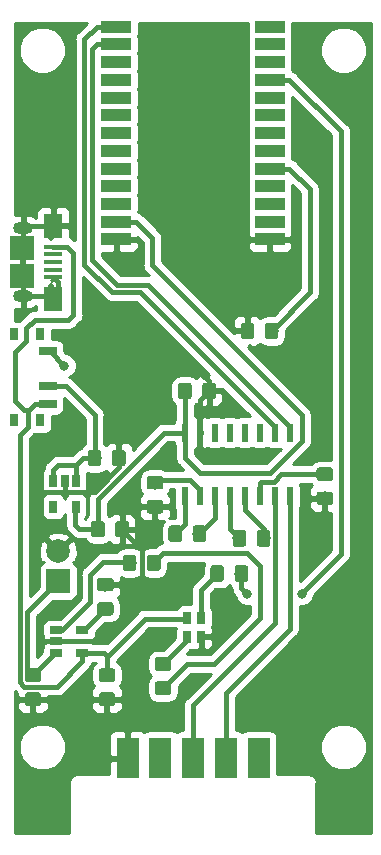
<source format=gtl>
G04 #@! TF.GenerationSoftware,KiCad,Pcbnew,5.0.2-bee76a0~70~ubuntu16.04.1*
G04 #@! TF.CreationDate,2020-11-05T23:54:09+01:00*
G04 #@! TF.ProjectId,BTSerialClient,42545365-7269-4616-9c43-6c69656e742e,rev?*
G04 #@! TF.SameCoordinates,Original*
G04 #@! TF.FileFunction,Copper,L1,Top*
G04 #@! TF.FilePolarity,Positive*
%FSLAX46Y46*%
G04 Gerber Fmt 4.6, Leading zero omitted, Abs format (unit mm)*
G04 Created by KiCad (PCBNEW 5.0.2-bee76a0~70~ubuntu16.04.1) date tor  5 nov 2020 23:54:09*
%MOMM*%
%LPD*%
G01*
G04 APERTURE LIST*
G04 #@! TA.AperFunction,SMDPad,CuDef*
%ADD10R,2.000000X2.000000*%
G04 #@! TD*
G04 #@! TA.AperFunction,ComponentPad*
%ADD11O,1.700000X1.000000*%
G04 #@! TD*
G04 #@! TA.AperFunction,ComponentPad*
%ADD12C,0.500000*%
G04 #@! TD*
G04 #@! TA.AperFunction,SMDPad,CuDef*
%ADD13R,1.650000X0.400000*%
G04 #@! TD*
G04 #@! TA.AperFunction,SMDPad,CuDef*
%ADD14R,1.600000X2.100000*%
G04 #@! TD*
G04 #@! TA.AperFunction,ComponentPad*
%ADD15R,2.000000X2.000000*%
G04 #@! TD*
G04 #@! TA.AperFunction,ComponentPad*
%ADD16C,2.000000*%
G04 #@! TD*
G04 #@! TA.AperFunction,Conductor*
%ADD17C,0.100000*%
G04 #@! TD*
G04 #@! TA.AperFunction,SMDPad,CuDef*
%ADD18C,1.150000*%
G04 #@! TD*
G04 #@! TA.AperFunction,SMDPad,CuDef*
%ADD19R,1.846667X3.480000*%
G04 #@! TD*
G04 #@! TA.AperFunction,SMDPad,CuDef*
%ADD20R,1.500000X0.700000*%
G04 #@! TD*
G04 #@! TA.AperFunction,SMDPad,CuDef*
%ADD21R,0.800000X1.000000*%
G04 #@! TD*
G04 #@! TA.AperFunction,SMDPad,CuDef*
%ADD22R,2.500000X1.100000*%
G04 #@! TD*
G04 #@! TA.AperFunction,SMDPad,CuDef*
%ADD23R,0.650000X1.060000*%
G04 #@! TD*
G04 #@! TA.AperFunction,SMDPad,CuDef*
%ADD24R,0.600000X1.500000*%
G04 #@! TD*
G04 #@! TA.AperFunction,SMDPad,CuDef*
%ADD25R,1.060000X0.650000*%
G04 #@! TD*
G04 #@! TA.AperFunction,SMDPad,CuDef*
%ADD26R,0.720000X1.000000*%
G04 #@! TD*
G04 #@! TA.AperFunction,ViaPad*
%ADD27C,0.800000*%
G04 #@! TD*
G04 #@! TA.AperFunction,Conductor*
%ADD28C,0.400000*%
G04 #@! TD*
G04 #@! TA.AperFunction,Conductor*
%ADD29C,0.254000*%
G04 #@! TD*
G04 APERTURE END LIST*
D10*
G04 #@! TO.P,J1,6*
G04 #@! TO.N,GND*
X106720640Y-57082680D03*
X106720640Y-54782680D03*
D11*
X106770640Y-58807680D03*
X106770640Y-53057680D03*
D12*
X109120640Y-57932680D03*
X109120640Y-53932680D03*
D13*
G04 #@! TO.P,J1,5*
X109285640Y-57232680D03*
G04 #@! TO.P,J1,4*
G04 #@! TO.N,Net-(J1-Pad4)*
X109285640Y-56582680D03*
G04 #@! TO.P,J1,3*
G04 #@! TO.N,Net-(J1-Pad3)*
X109285640Y-55932680D03*
G04 #@! TO.P,J1,2*
G04 #@! TO.N,Net-(J1-Pad2)*
X109285640Y-55282680D03*
G04 #@! TO.P,J1,1*
G04 #@! TO.N,VBUS*
X109285640Y-54632680D03*
D14*
G04 #@! TO.P,J1,6*
G04 #@! TO.N,GND*
X109320640Y-59032680D03*
X109335640Y-52882680D03*
G04 #@! TD*
D15*
G04 #@! TO.P,BT1,1*
G04 #@! TO.N,BatteryPower*
X109743240Y-82961480D03*
D16*
G04 #@! TO.P,BT1,2*
G04 #@! TO.N,GND*
X109743240Y-80421480D03*
G04 #@! TD*
D17*
G04 #@! TO.N,GND*
G04 #@! TO.C,C1*
G36*
X115222385Y-71822124D02*
X115246653Y-71825724D01*
X115270452Y-71831685D01*
X115293551Y-71839950D01*
X115315730Y-71850440D01*
X115336773Y-71863052D01*
X115356479Y-71877667D01*
X115374657Y-71894143D01*
X115391133Y-71912321D01*
X115405748Y-71932027D01*
X115418360Y-71953070D01*
X115428850Y-71975249D01*
X115437115Y-71998348D01*
X115443076Y-72022147D01*
X115446676Y-72046415D01*
X115447880Y-72070919D01*
X115447880Y-72970921D01*
X115446676Y-72995425D01*
X115443076Y-73019693D01*
X115437115Y-73043492D01*
X115428850Y-73066591D01*
X115418360Y-73088770D01*
X115405748Y-73109813D01*
X115391133Y-73129519D01*
X115374657Y-73147697D01*
X115356479Y-73164173D01*
X115336773Y-73178788D01*
X115315730Y-73191400D01*
X115293551Y-73201890D01*
X115270452Y-73210155D01*
X115246653Y-73216116D01*
X115222385Y-73219716D01*
X115197881Y-73220920D01*
X114547879Y-73220920D01*
X114523375Y-73219716D01*
X114499107Y-73216116D01*
X114475308Y-73210155D01*
X114452209Y-73201890D01*
X114430030Y-73191400D01*
X114408987Y-73178788D01*
X114389281Y-73164173D01*
X114371103Y-73147697D01*
X114354627Y-73129519D01*
X114340012Y-73109813D01*
X114327400Y-73088770D01*
X114316910Y-73066591D01*
X114308645Y-73043492D01*
X114302684Y-73019693D01*
X114299084Y-72995425D01*
X114297880Y-72970921D01*
X114297880Y-72070919D01*
X114299084Y-72046415D01*
X114302684Y-72022147D01*
X114308645Y-71998348D01*
X114316910Y-71975249D01*
X114327400Y-71953070D01*
X114340012Y-71932027D01*
X114354627Y-71912321D01*
X114371103Y-71894143D01*
X114389281Y-71877667D01*
X114408987Y-71863052D01*
X114430030Y-71850440D01*
X114452209Y-71839950D01*
X114475308Y-71831685D01*
X114499107Y-71825724D01*
X114523375Y-71822124D01*
X114547879Y-71820920D01*
X115197881Y-71820920D01*
X115222385Y-71822124D01*
X115222385Y-71822124D01*
G37*
D18*
G04 #@! TD*
G04 #@! TO.P,C1,2*
G04 #@! TO.N,GND*
X114872880Y-72520920D03*
D17*
G04 #@! TO.N,SelectedPower*
G04 #@! TO.C,C1*
G36*
X113172385Y-71822124D02*
X113196653Y-71825724D01*
X113220452Y-71831685D01*
X113243551Y-71839950D01*
X113265730Y-71850440D01*
X113286773Y-71863052D01*
X113306479Y-71877667D01*
X113324657Y-71894143D01*
X113341133Y-71912321D01*
X113355748Y-71932027D01*
X113368360Y-71953070D01*
X113378850Y-71975249D01*
X113387115Y-71998348D01*
X113393076Y-72022147D01*
X113396676Y-72046415D01*
X113397880Y-72070919D01*
X113397880Y-72970921D01*
X113396676Y-72995425D01*
X113393076Y-73019693D01*
X113387115Y-73043492D01*
X113378850Y-73066591D01*
X113368360Y-73088770D01*
X113355748Y-73109813D01*
X113341133Y-73129519D01*
X113324657Y-73147697D01*
X113306479Y-73164173D01*
X113286773Y-73178788D01*
X113265730Y-73191400D01*
X113243551Y-73201890D01*
X113220452Y-73210155D01*
X113196653Y-73216116D01*
X113172385Y-73219716D01*
X113147881Y-73220920D01*
X112497879Y-73220920D01*
X112473375Y-73219716D01*
X112449107Y-73216116D01*
X112425308Y-73210155D01*
X112402209Y-73201890D01*
X112380030Y-73191400D01*
X112358987Y-73178788D01*
X112339281Y-73164173D01*
X112321103Y-73147697D01*
X112304627Y-73129519D01*
X112290012Y-73109813D01*
X112277400Y-73088770D01*
X112266910Y-73066591D01*
X112258645Y-73043492D01*
X112252684Y-73019693D01*
X112249084Y-72995425D01*
X112247880Y-72970921D01*
X112247880Y-72070919D01*
X112249084Y-72046415D01*
X112252684Y-72022147D01*
X112258645Y-71998348D01*
X112266910Y-71975249D01*
X112277400Y-71953070D01*
X112290012Y-71932027D01*
X112304627Y-71912321D01*
X112321103Y-71894143D01*
X112339281Y-71877667D01*
X112358987Y-71863052D01*
X112380030Y-71850440D01*
X112402209Y-71839950D01*
X112425308Y-71831685D01*
X112449107Y-71825724D01*
X112473375Y-71822124D01*
X112497879Y-71820920D01*
X113147881Y-71820920D01*
X113172385Y-71822124D01*
X113172385Y-71822124D01*
G37*
D18*
G04 #@! TD*
G04 #@! TO.P,C1,1*
G04 #@! TO.N,SelectedPower*
X112822880Y-72520920D03*
D17*
G04 #@! TO.N,Net-(C2-Pad2)*
G04 #@! TO.C,C2*
G36*
X122054985Y-78234244D02*
X122079253Y-78237844D01*
X122103052Y-78243805D01*
X122126151Y-78252070D01*
X122148330Y-78262560D01*
X122169373Y-78275172D01*
X122189079Y-78289787D01*
X122207257Y-78306263D01*
X122223733Y-78324441D01*
X122238348Y-78344147D01*
X122250960Y-78365190D01*
X122261450Y-78387369D01*
X122269715Y-78410468D01*
X122275676Y-78434267D01*
X122279276Y-78458535D01*
X122280480Y-78483039D01*
X122280480Y-79383041D01*
X122279276Y-79407545D01*
X122275676Y-79431813D01*
X122269715Y-79455612D01*
X122261450Y-79478711D01*
X122250960Y-79500890D01*
X122238348Y-79521933D01*
X122223733Y-79541639D01*
X122207257Y-79559817D01*
X122189079Y-79576293D01*
X122169373Y-79590908D01*
X122148330Y-79603520D01*
X122126151Y-79614010D01*
X122103052Y-79622275D01*
X122079253Y-79628236D01*
X122054985Y-79631836D01*
X122030481Y-79633040D01*
X121380479Y-79633040D01*
X121355975Y-79631836D01*
X121331707Y-79628236D01*
X121307908Y-79622275D01*
X121284809Y-79614010D01*
X121262630Y-79603520D01*
X121241587Y-79590908D01*
X121221881Y-79576293D01*
X121203703Y-79559817D01*
X121187227Y-79541639D01*
X121172612Y-79521933D01*
X121160000Y-79500890D01*
X121149510Y-79478711D01*
X121141245Y-79455612D01*
X121135284Y-79431813D01*
X121131684Y-79407545D01*
X121130480Y-79383041D01*
X121130480Y-78483039D01*
X121131684Y-78458535D01*
X121135284Y-78434267D01*
X121141245Y-78410468D01*
X121149510Y-78387369D01*
X121160000Y-78365190D01*
X121172612Y-78344147D01*
X121187227Y-78324441D01*
X121203703Y-78306263D01*
X121221881Y-78289787D01*
X121241587Y-78275172D01*
X121262630Y-78262560D01*
X121284809Y-78252070D01*
X121307908Y-78243805D01*
X121331707Y-78237844D01*
X121355975Y-78234244D01*
X121380479Y-78233040D01*
X122030481Y-78233040D01*
X122054985Y-78234244D01*
X122054985Y-78234244D01*
G37*
D18*
G04 #@! TD*
G04 #@! TO.P,C2,2*
G04 #@! TO.N,Net-(C2-Pad2)*
X121705480Y-78933040D03*
D17*
G04 #@! TO.N,Net-(C2-Pad1)*
G04 #@! TO.C,C2*
G36*
X120004985Y-78234244D02*
X120029253Y-78237844D01*
X120053052Y-78243805D01*
X120076151Y-78252070D01*
X120098330Y-78262560D01*
X120119373Y-78275172D01*
X120139079Y-78289787D01*
X120157257Y-78306263D01*
X120173733Y-78324441D01*
X120188348Y-78344147D01*
X120200960Y-78365190D01*
X120211450Y-78387369D01*
X120219715Y-78410468D01*
X120225676Y-78434267D01*
X120229276Y-78458535D01*
X120230480Y-78483039D01*
X120230480Y-79383041D01*
X120229276Y-79407545D01*
X120225676Y-79431813D01*
X120219715Y-79455612D01*
X120211450Y-79478711D01*
X120200960Y-79500890D01*
X120188348Y-79521933D01*
X120173733Y-79541639D01*
X120157257Y-79559817D01*
X120139079Y-79576293D01*
X120119373Y-79590908D01*
X120098330Y-79603520D01*
X120076151Y-79614010D01*
X120053052Y-79622275D01*
X120029253Y-79628236D01*
X120004985Y-79631836D01*
X119980481Y-79633040D01*
X119330479Y-79633040D01*
X119305975Y-79631836D01*
X119281707Y-79628236D01*
X119257908Y-79622275D01*
X119234809Y-79614010D01*
X119212630Y-79603520D01*
X119191587Y-79590908D01*
X119171881Y-79576293D01*
X119153703Y-79559817D01*
X119137227Y-79541639D01*
X119122612Y-79521933D01*
X119110000Y-79500890D01*
X119099510Y-79478711D01*
X119091245Y-79455612D01*
X119085284Y-79431813D01*
X119081684Y-79407545D01*
X119080480Y-79383041D01*
X119080480Y-78483039D01*
X119081684Y-78458535D01*
X119085284Y-78434267D01*
X119091245Y-78410468D01*
X119099510Y-78387369D01*
X119110000Y-78365190D01*
X119122612Y-78344147D01*
X119137227Y-78324441D01*
X119153703Y-78306263D01*
X119171881Y-78289787D01*
X119191587Y-78275172D01*
X119212630Y-78262560D01*
X119234809Y-78252070D01*
X119257908Y-78243805D01*
X119281707Y-78237844D01*
X119305975Y-78234244D01*
X119330479Y-78233040D01*
X119980481Y-78233040D01*
X120004985Y-78234244D01*
X120004985Y-78234244D01*
G37*
D18*
G04 #@! TD*
G04 #@! TO.P,C2,1*
G04 #@! TO.N,Net-(C2-Pad1)*
X119655480Y-78933040D03*
D17*
G04 #@! TO.N,3_3V*
G04 #@! TO.C,C3*
G36*
X113456865Y-77857164D02*
X113481133Y-77860764D01*
X113504932Y-77866725D01*
X113528031Y-77874990D01*
X113550210Y-77885480D01*
X113571253Y-77898092D01*
X113590959Y-77912707D01*
X113609137Y-77929183D01*
X113625613Y-77947361D01*
X113640228Y-77967067D01*
X113652840Y-77988110D01*
X113663330Y-78010289D01*
X113671595Y-78033388D01*
X113677556Y-78057187D01*
X113681156Y-78081455D01*
X113682360Y-78105959D01*
X113682360Y-79005961D01*
X113681156Y-79030465D01*
X113677556Y-79054733D01*
X113671595Y-79078532D01*
X113663330Y-79101631D01*
X113652840Y-79123810D01*
X113640228Y-79144853D01*
X113625613Y-79164559D01*
X113609137Y-79182737D01*
X113590959Y-79199213D01*
X113571253Y-79213828D01*
X113550210Y-79226440D01*
X113528031Y-79236930D01*
X113504932Y-79245195D01*
X113481133Y-79251156D01*
X113456865Y-79254756D01*
X113432361Y-79255960D01*
X112782359Y-79255960D01*
X112757855Y-79254756D01*
X112733587Y-79251156D01*
X112709788Y-79245195D01*
X112686689Y-79236930D01*
X112664510Y-79226440D01*
X112643467Y-79213828D01*
X112623761Y-79199213D01*
X112605583Y-79182737D01*
X112589107Y-79164559D01*
X112574492Y-79144853D01*
X112561880Y-79123810D01*
X112551390Y-79101631D01*
X112543125Y-79078532D01*
X112537164Y-79054733D01*
X112533564Y-79030465D01*
X112532360Y-79005961D01*
X112532360Y-78105959D01*
X112533564Y-78081455D01*
X112537164Y-78057187D01*
X112543125Y-78033388D01*
X112551390Y-78010289D01*
X112561880Y-77988110D01*
X112574492Y-77967067D01*
X112589107Y-77947361D01*
X112605583Y-77929183D01*
X112623761Y-77912707D01*
X112643467Y-77898092D01*
X112664510Y-77885480D01*
X112686689Y-77874990D01*
X112709788Y-77866725D01*
X112733587Y-77860764D01*
X112757855Y-77857164D01*
X112782359Y-77855960D01*
X113432361Y-77855960D01*
X113456865Y-77857164D01*
X113456865Y-77857164D01*
G37*
D18*
G04 #@! TD*
G04 #@! TO.P,C3,1*
G04 #@! TO.N,3_3V*
X113107360Y-78555960D03*
D17*
G04 #@! TO.N,GND*
G04 #@! TO.C,C3*
G36*
X115506865Y-77857164D02*
X115531133Y-77860764D01*
X115554932Y-77866725D01*
X115578031Y-77874990D01*
X115600210Y-77885480D01*
X115621253Y-77898092D01*
X115640959Y-77912707D01*
X115659137Y-77929183D01*
X115675613Y-77947361D01*
X115690228Y-77967067D01*
X115702840Y-77988110D01*
X115713330Y-78010289D01*
X115721595Y-78033388D01*
X115727556Y-78057187D01*
X115731156Y-78081455D01*
X115732360Y-78105959D01*
X115732360Y-79005961D01*
X115731156Y-79030465D01*
X115727556Y-79054733D01*
X115721595Y-79078532D01*
X115713330Y-79101631D01*
X115702840Y-79123810D01*
X115690228Y-79144853D01*
X115675613Y-79164559D01*
X115659137Y-79182737D01*
X115640959Y-79199213D01*
X115621253Y-79213828D01*
X115600210Y-79226440D01*
X115578031Y-79236930D01*
X115554932Y-79245195D01*
X115531133Y-79251156D01*
X115506865Y-79254756D01*
X115482361Y-79255960D01*
X114832359Y-79255960D01*
X114807855Y-79254756D01*
X114783587Y-79251156D01*
X114759788Y-79245195D01*
X114736689Y-79236930D01*
X114714510Y-79226440D01*
X114693467Y-79213828D01*
X114673761Y-79199213D01*
X114655583Y-79182737D01*
X114639107Y-79164559D01*
X114624492Y-79144853D01*
X114611880Y-79123810D01*
X114601390Y-79101631D01*
X114593125Y-79078532D01*
X114587164Y-79054733D01*
X114583564Y-79030465D01*
X114582360Y-79005961D01*
X114582360Y-78105959D01*
X114583564Y-78081455D01*
X114587164Y-78057187D01*
X114593125Y-78033388D01*
X114601390Y-78010289D01*
X114611880Y-77988110D01*
X114624492Y-77967067D01*
X114639107Y-77947361D01*
X114655583Y-77929183D01*
X114673761Y-77912707D01*
X114693467Y-77898092D01*
X114714510Y-77885480D01*
X114736689Y-77874990D01*
X114759788Y-77866725D01*
X114783587Y-77860764D01*
X114807855Y-77857164D01*
X114832359Y-77855960D01*
X115482361Y-77855960D01*
X115506865Y-77857164D01*
X115506865Y-77857164D01*
G37*
D18*
G04 #@! TD*
G04 #@! TO.P,C3,2*
G04 #@! TO.N,GND*
X115157360Y-78555960D03*
D17*
G04 #@! TO.N,GND*
G04 #@! TO.C,C4*
G36*
X122869065Y-66143844D02*
X122893333Y-66147444D01*
X122917132Y-66153405D01*
X122940231Y-66161670D01*
X122962410Y-66172160D01*
X122983453Y-66184772D01*
X123003159Y-66199387D01*
X123021337Y-66215863D01*
X123037813Y-66234041D01*
X123052428Y-66253747D01*
X123065040Y-66274790D01*
X123075530Y-66296969D01*
X123083795Y-66320068D01*
X123089756Y-66343867D01*
X123093356Y-66368135D01*
X123094560Y-66392639D01*
X123094560Y-67292641D01*
X123093356Y-67317145D01*
X123089756Y-67341413D01*
X123083795Y-67365212D01*
X123075530Y-67388311D01*
X123065040Y-67410490D01*
X123052428Y-67431533D01*
X123037813Y-67451239D01*
X123021337Y-67469417D01*
X123003159Y-67485893D01*
X122983453Y-67500508D01*
X122962410Y-67513120D01*
X122940231Y-67523610D01*
X122917132Y-67531875D01*
X122893333Y-67537836D01*
X122869065Y-67541436D01*
X122844561Y-67542640D01*
X122194559Y-67542640D01*
X122170055Y-67541436D01*
X122145787Y-67537836D01*
X122121988Y-67531875D01*
X122098889Y-67523610D01*
X122076710Y-67513120D01*
X122055667Y-67500508D01*
X122035961Y-67485893D01*
X122017783Y-67469417D01*
X122001307Y-67451239D01*
X121986692Y-67431533D01*
X121974080Y-67410490D01*
X121963590Y-67388311D01*
X121955325Y-67365212D01*
X121949364Y-67341413D01*
X121945764Y-67317145D01*
X121944560Y-67292641D01*
X121944560Y-66392639D01*
X121945764Y-66368135D01*
X121949364Y-66343867D01*
X121955325Y-66320068D01*
X121963590Y-66296969D01*
X121974080Y-66274790D01*
X121986692Y-66253747D01*
X122001307Y-66234041D01*
X122017783Y-66215863D01*
X122035961Y-66199387D01*
X122055667Y-66184772D01*
X122076710Y-66172160D01*
X122098889Y-66161670D01*
X122121988Y-66153405D01*
X122145787Y-66147444D01*
X122170055Y-66143844D01*
X122194559Y-66142640D01*
X122844561Y-66142640D01*
X122869065Y-66143844D01*
X122869065Y-66143844D01*
G37*
D18*
G04 #@! TD*
G04 #@! TO.P,C4,1*
G04 #@! TO.N,GND*
X122519560Y-66842640D03*
D17*
G04 #@! TO.N,3_3V*
G04 #@! TO.C,C4*
G36*
X120819065Y-66143844D02*
X120843333Y-66147444D01*
X120867132Y-66153405D01*
X120890231Y-66161670D01*
X120912410Y-66172160D01*
X120933453Y-66184772D01*
X120953159Y-66199387D01*
X120971337Y-66215863D01*
X120987813Y-66234041D01*
X121002428Y-66253747D01*
X121015040Y-66274790D01*
X121025530Y-66296969D01*
X121033795Y-66320068D01*
X121039756Y-66343867D01*
X121043356Y-66368135D01*
X121044560Y-66392639D01*
X121044560Y-67292641D01*
X121043356Y-67317145D01*
X121039756Y-67341413D01*
X121033795Y-67365212D01*
X121025530Y-67388311D01*
X121015040Y-67410490D01*
X121002428Y-67431533D01*
X120987813Y-67451239D01*
X120971337Y-67469417D01*
X120953159Y-67485893D01*
X120933453Y-67500508D01*
X120912410Y-67513120D01*
X120890231Y-67523610D01*
X120867132Y-67531875D01*
X120843333Y-67537836D01*
X120819065Y-67541436D01*
X120794561Y-67542640D01*
X120144559Y-67542640D01*
X120120055Y-67541436D01*
X120095787Y-67537836D01*
X120071988Y-67531875D01*
X120048889Y-67523610D01*
X120026710Y-67513120D01*
X120005667Y-67500508D01*
X119985961Y-67485893D01*
X119967783Y-67469417D01*
X119951307Y-67451239D01*
X119936692Y-67431533D01*
X119924080Y-67410490D01*
X119913590Y-67388311D01*
X119905325Y-67365212D01*
X119899364Y-67341413D01*
X119895764Y-67317145D01*
X119894560Y-67292641D01*
X119894560Y-66392639D01*
X119895764Y-66368135D01*
X119899364Y-66343867D01*
X119905325Y-66320068D01*
X119913590Y-66296969D01*
X119924080Y-66274790D01*
X119936692Y-66253747D01*
X119951307Y-66234041D01*
X119967783Y-66215863D01*
X119985961Y-66199387D01*
X120005667Y-66184772D01*
X120026710Y-66172160D01*
X120048889Y-66161670D01*
X120071988Y-66153405D01*
X120095787Y-66147444D01*
X120120055Y-66143844D01*
X120144559Y-66142640D01*
X120794561Y-66142640D01*
X120819065Y-66143844D01*
X120819065Y-66143844D01*
G37*
D18*
G04 #@! TD*
G04 #@! TO.P,C4,2*
G04 #@! TO.N,3_3V*
X120469560Y-66842640D03*
D17*
G04 #@! TO.N,Net-(C5-Pad1)*
G04 #@! TO.C,C5*
G36*
X125435625Y-78635564D02*
X125459893Y-78639164D01*
X125483692Y-78645125D01*
X125506791Y-78653390D01*
X125528970Y-78663880D01*
X125550013Y-78676492D01*
X125569719Y-78691107D01*
X125587897Y-78707583D01*
X125604373Y-78725761D01*
X125618988Y-78745467D01*
X125631600Y-78766510D01*
X125642090Y-78788689D01*
X125650355Y-78811788D01*
X125656316Y-78835587D01*
X125659916Y-78859855D01*
X125661120Y-78884359D01*
X125661120Y-79784361D01*
X125659916Y-79808865D01*
X125656316Y-79833133D01*
X125650355Y-79856932D01*
X125642090Y-79880031D01*
X125631600Y-79902210D01*
X125618988Y-79923253D01*
X125604373Y-79942959D01*
X125587897Y-79961137D01*
X125569719Y-79977613D01*
X125550013Y-79992228D01*
X125528970Y-80004840D01*
X125506791Y-80015330D01*
X125483692Y-80023595D01*
X125459893Y-80029556D01*
X125435625Y-80033156D01*
X125411121Y-80034360D01*
X124761119Y-80034360D01*
X124736615Y-80033156D01*
X124712347Y-80029556D01*
X124688548Y-80023595D01*
X124665449Y-80015330D01*
X124643270Y-80004840D01*
X124622227Y-79992228D01*
X124602521Y-79977613D01*
X124584343Y-79961137D01*
X124567867Y-79942959D01*
X124553252Y-79923253D01*
X124540640Y-79902210D01*
X124530150Y-79880031D01*
X124521885Y-79856932D01*
X124515924Y-79833133D01*
X124512324Y-79808865D01*
X124511120Y-79784361D01*
X124511120Y-78884359D01*
X124512324Y-78859855D01*
X124515924Y-78835587D01*
X124521885Y-78811788D01*
X124530150Y-78788689D01*
X124540640Y-78766510D01*
X124553252Y-78745467D01*
X124567867Y-78725761D01*
X124584343Y-78707583D01*
X124602521Y-78691107D01*
X124622227Y-78676492D01*
X124643270Y-78663880D01*
X124665449Y-78653390D01*
X124688548Y-78645125D01*
X124712347Y-78639164D01*
X124736615Y-78635564D01*
X124761119Y-78634360D01*
X125411121Y-78634360D01*
X125435625Y-78635564D01*
X125435625Y-78635564D01*
G37*
D18*
G04 #@! TD*
G04 #@! TO.P,C5,1*
G04 #@! TO.N,Net-(C5-Pad1)*
X125086120Y-79334360D03*
D17*
G04 #@! TO.N,Net-(C5-Pad2)*
G04 #@! TO.C,C5*
G36*
X127485625Y-78635564D02*
X127509893Y-78639164D01*
X127533692Y-78645125D01*
X127556791Y-78653390D01*
X127578970Y-78663880D01*
X127600013Y-78676492D01*
X127619719Y-78691107D01*
X127637897Y-78707583D01*
X127654373Y-78725761D01*
X127668988Y-78745467D01*
X127681600Y-78766510D01*
X127692090Y-78788689D01*
X127700355Y-78811788D01*
X127706316Y-78835587D01*
X127709916Y-78859855D01*
X127711120Y-78884359D01*
X127711120Y-79784361D01*
X127709916Y-79808865D01*
X127706316Y-79833133D01*
X127700355Y-79856932D01*
X127692090Y-79880031D01*
X127681600Y-79902210D01*
X127668988Y-79923253D01*
X127654373Y-79942959D01*
X127637897Y-79961137D01*
X127619719Y-79977613D01*
X127600013Y-79992228D01*
X127578970Y-80004840D01*
X127556791Y-80015330D01*
X127533692Y-80023595D01*
X127509893Y-80029556D01*
X127485625Y-80033156D01*
X127461121Y-80034360D01*
X126811119Y-80034360D01*
X126786615Y-80033156D01*
X126762347Y-80029556D01*
X126738548Y-80023595D01*
X126715449Y-80015330D01*
X126693270Y-80004840D01*
X126672227Y-79992228D01*
X126652521Y-79977613D01*
X126634343Y-79961137D01*
X126617867Y-79942959D01*
X126603252Y-79923253D01*
X126590640Y-79902210D01*
X126580150Y-79880031D01*
X126571885Y-79856932D01*
X126565924Y-79833133D01*
X126562324Y-79808865D01*
X126561120Y-79784361D01*
X126561120Y-78884359D01*
X126562324Y-78859855D01*
X126565924Y-78835587D01*
X126571885Y-78811788D01*
X126580150Y-78788689D01*
X126590640Y-78766510D01*
X126603252Y-78745467D01*
X126617867Y-78725761D01*
X126634343Y-78707583D01*
X126652521Y-78691107D01*
X126672227Y-78676492D01*
X126693270Y-78663880D01*
X126715449Y-78653390D01*
X126738548Y-78645125D01*
X126762347Y-78639164D01*
X126786615Y-78635564D01*
X126811119Y-78634360D01*
X127461121Y-78634360D01*
X127485625Y-78635564D01*
X127485625Y-78635564D01*
G37*
D18*
G04 #@! TD*
G04 #@! TO.P,C5,2*
G04 #@! TO.N,Net-(C5-Pad2)*
X127136120Y-79334360D03*
D17*
G04 #@! TO.N,GND*
G04 #@! TO.C,C6*
G36*
X118411785Y-76092404D02*
X118436053Y-76096004D01*
X118459852Y-76101965D01*
X118482951Y-76110230D01*
X118505130Y-76120720D01*
X118526173Y-76133332D01*
X118545879Y-76147947D01*
X118564057Y-76164423D01*
X118580533Y-76182601D01*
X118595148Y-76202307D01*
X118607760Y-76223350D01*
X118618250Y-76245529D01*
X118626515Y-76268628D01*
X118632476Y-76292427D01*
X118636076Y-76316695D01*
X118637280Y-76341199D01*
X118637280Y-76991201D01*
X118636076Y-77015705D01*
X118632476Y-77039973D01*
X118626515Y-77063772D01*
X118618250Y-77086871D01*
X118607760Y-77109050D01*
X118595148Y-77130093D01*
X118580533Y-77149799D01*
X118564057Y-77167977D01*
X118545879Y-77184453D01*
X118526173Y-77199068D01*
X118505130Y-77211680D01*
X118482951Y-77222170D01*
X118459852Y-77230435D01*
X118436053Y-77236396D01*
X118411785Y-77239996D01*
X118387281Y-77241200D01*
X117487279Y-77241200D01*
X117462775Y-77239996D01*
X117438507Y-77236396D01*
X117414708Y-77230435D01*
X117391609Y-77222170D01*
X117369430Y-77211680D01*
X117348387Y-77199068D01*
X117328681Y-77184453D01*
X117310503Y-77167977D01*
X117294027Y-77149799D01*
X117279412Y-77130093D01*
X117266800Y-77109050D01*
X117256310Y-77086871D01*
X117248045Y-77063772D01*
X117242084Y-77039973D01*
X117238484Y-77015705D01*
X117237280Y-76991201D01*
X117237280Y-76341199D01*
X117238484Y-76316695D01*
X117242084Y-76292427D01*
X117248045Y-76268628D01*
X117256310Y-76245529D01*
X117266800Y-76223350D01*
X117279412Y-76202307D01*
X117294027Y-76182601D01*
X117310503Y-76164423D01*
X117328681Y-76147947D01*
X117348387Y-76133332D01*
X117369430Y-76120720D01*
X117391609Y-76110230D01*
X117414708Y-76101965D01*
X117438507Y-76096004D01*
X117462775Y-76092404D01*
X117487279Y-76091200D01*
X118387281Y-76091200D01*
X118411785Y-76092404D01*
X118411785Y-76092404D01*
G37*
D18*
G04 #@! TD*
G04 #@! TO.P,C6,1*
G04 #@! TO.N,GND*
X117937280Y-76666200D03*
D17*
G04 #@! TO.N,Net-(C6-Pad2)*
G04 #@! TO.C,C6*
G36*
X118411785Y-74042404D02*
X118436053Y-74046004D01*
X118459852Y-74051965D01*
X118482951Y-74060230D01*
X118505130Y-74070720D01*
X118526173Y-74083332D01*
X118545879Y-74097947D01*
X118564057Y-74114423D01*
X118580533Y-74132601D01*
X118595148Y-74152307D01*
X118607760Y-74173350D01*
X118618250Y-74195529D01*
X118626515Y-74218628D01*
X118632476Y-74242427D01*
X118636076Y-74266695D01*
X118637280Y-74291199D01*
X118637280Y-74941201D01*
X118636076Y-74965705D01*
X118632476Y-74989973D01*
X118626515Y-75013772D01*
X118618250Y-75036871D01*
X118607760Y-75059050D01*
X118595148Y-75080093D01*
X118580533Y-75099799D01*
X118564057Y-75117977D01*
X118545879Y-75134453D01*
X118526173Y-75149068D01*
X118505130Y-75161680D01*
X118482951Y-75172170D01*
X118459852Y-75180435D01*
X118436053Y-75186396D01*
X118411785Y-75189996D01*
X118387281Y-75191200D01*
X117487279Y-75191200D01*
X117462775Y-75189996D01*
X117438507Y-75186396D01*
X117414708Y-75180435D01*
X117391609Y-75172170D01*
X117369430Y-75161680D01*
X117348387Y-75149068D01*
X117328681Y-75134453D01*
X117310503Y-75117977D01*
X117294027Y-75099799D01*
X117279412Y-75080093D01*
X117266800Y-75059050D01*
X117256310Y-75036871D01*
X117248045Y-75013772D01*
X117242084Y-74989973D01*
X117238484Y-74965705D01*
X117237280Y-74941201D01*
X117237280Y-74291199D01*
X117238484Y-74266695D01*
X117242084Y-74242427D01*
X117248045Y-74218628D01*
X117256310Y-74195529D01*
X117266800Y-74173350D01*
X117279412Y-74152307D01*
X117294027Y-74132601D01*
X117310503Y-74114423D01*
X117328681Y-74097947D01*
X117348387Y-74083332D01*
X117369430Y-74070720D01*
X117391609Y-74060230D01*
X117414708Y-74051965D01*
X117438507Y-74046004D01*
X117462775Y-74042404D01*
X117487279Y-74041200D01*
X118387281Y-74041200D01*
X118411785Y-74042404D01*
X118411785Y-74042404D01*
G37*
D18*
G04 #@! TD*
G04 #@! TO.P,C6,2*
G04 #@! TO.N,Net-(C6-Pad2)*
X117937280Y-74616200D03*
D17*
G04 #@! TO.N,Net-(C7-Pad2)*
G04 #@! TO.C,C7*
G36*
X132788185Y-73321044D02*
X132812453Y-73324644D01*
X132836252Y-73330605D01*
X132859351Y-73338870D01*
X132881530Y-73349360D01*
X132902573Y-73361972D01*
X132922279Y-73376587D01*
X132940457Y-73393063D01*
X132956933Y-73411241D01*
X132971548Y-73430947D01*
X132984160Y-73451990D01*
X132994650Y-73474169D01*
X133002915Y-73497268D01*
X133008876Y-73521067D01*
X133012476Y-73545335D01*
X133013680Y-73569839D01*
X133013680Y-74219841D01*
X133012476Y-74244345D01*
X133008876Y-74268613D01*
X133002915Y-74292412D01*
X132994650Y-74315511D01*
X132984160Y-74337690D01*
X132971548Y-74358733D01*
X132956933Y-74378439D01*
X132940457Y-74396617D01*
X132922279Y-74413093D01*
X132902573Y-74427708D01*
X132881530Y-74440320D01*
X132859351Y-74450810D01*
X132836252Y-74459075D01*
X132812453Y-74465036D01*
X132788185Y-74468636D01*
X132763681Y-74469840D01*
X131863679Y-74469840D01*
X131839175Y-74468636D01*
X131814907Y-74465036D01*
X131791108Y-74459075D01*
X131768009Y-74450810D01*
X131745830Y-74440320D01*
X131724787Y-74427708D01*
X131705081Y-74413093D01*
X131686903Y-74396617D01*
X131670427Y-74378439D01*
X131655812Y-74358733D01*
X131643200Y-74337690D01*
X131632710Y-74315511D01*
X131624445Y-74292412D01*
X131618484Y-74268613D01*
X131614884Y-74244345D01*
X131613680Y-74219841D01*
X131613680Y-73569839D01*
X131614884Y-73545335D01*
X131618484Y-73521067D01*
X131624445Y-73497268D01*
X131632710Y-73474169D01*
X131643200Y-73451990D01*
X131655812Y-73430947D01*
X131670427Y-73411241D01*
X131686903Y-73393063D01*
X131705081Y-73376587D01*
X131724787Y-73361972D01*
X131745830Y-73349360D01*
X131768009Y-73338870D01*
X131791108Y-73330605D01*
X131814907Y-73324644D01*
X131839175Y-73321044D01*
X131863679Y-73319840D01*
X132763681Y-73319840D01*
X132788185Y-73321044D01*
X132788185Y-73321044D01*
G37*
D18*
G04 #@! TD*
G04 #@! TO.P,C7,2*
G04 #@! TO.N,Net-(C7-Pad2)*
X132313680Y-73894840D03*
D17*
G04 #@! TO.N,GND*
G04 #@! TO.C,C7*
G36*
X132788185Y-75371044D02*
X132812453Y-75374644D01*
X132836252Y-75380605D01*
X132859351Y-75388870D01*
X132881530Y-75399360D01*
X132902573Y-75411972D01*
X132922279Y-75426587D01*
X132940457Y-75443063D01*
X132956933Y-75461241D01*
X132971548Y-75480947D01*
X132984160Y-75501990D01*
X132994650Y-75524169D01*
X133002915Y-75547268D01*
X133008876Y-75571067D01*
X133012476Y-75595335D01*
X133013680Y-75619839D01*
X133013680Y-76269841D01*
X133012476Y-76294345D01*
X133008876Y-76318613D01*
X133002915Y-76342412D01*
X132994650Y-76365511D01*
X132984160Y-76387690D01*
X132971548Y-76408733D01*
X132956933Y-76428439D01*
X132940457Y-76446617D01*
X132922279Y-76463093D01*
X132902573Y-76477708D01*
X132881530Y-76490320D01*
X132859351Y-76500810D01*
X132836252Y-76509075D01*
X132812453Y-76515036D01*
X132788185Y-76518636D01*
X132763681Y-76519840D01*
X131863679Y-76519840D01*
X131839175Y-76518636D01*
X131814907Y-76515036D01*
X131791108Y-76509075D01*
X131768009Y-76500810D01*
X131745830Y-76490320D01*
X131724787Y-76477708D01*
X131705081Y-76463093D01*
X131686903Y-76446617D01*
X131670427Y-76428439D01*
X131655812Y-76408733D01*
X131643200Y-76387690D01*
X131632710Y-76365511D01*
X131624445Y-76342412D01*
X131618484Y-76318613D01*
X131614884Y-76294345D01*
X131613680Y-76269841D01*
X131613680Y-75619839D01*
X131614884Y-75595335D01*
X131618484Y-75571067D01*
X131624445Y-75547268D01*
X131632710Y-75524169D01*
X131643200Y-75501990D01*
X131655812Y-75480947D01*
X131670427Y-75461241D01*
X131686903Y-75443063D01*
X131705081Y-75426587D01*
X131724787Y-75411972D01*
X131745830Y-75399360D01*
X131768009Y-75388870D01*
X131791108Y-75380605D01*
X131814907Y-75374644D01*
X131839175Y-75371044D01*
X131863679Y-75369840D01*
X132763681Y-75369840D01*
X132788185Y-75371044D01*
X132788185Y-75371044D01*
G37*
D18*
G04 #@! TD*
G04 #@! TO.P,C7,1*
G04 #@! TO.N,GND*
X132313680Y-75944840D03*
D17*
G04 #@! TO.N,GND*
G04 #@! TO.C,C8*
G36*
X114347785Y-92377724D02*
X114372053Y-92381324D01*
X114395852Y-92387285D01*
X114418951Y-92395550D01*
X114441130Y-92406040D01*
X114462173Y-92418652D01*
X114481879Y-92433267D01*
X114500057Y-92449743D01*
X114516533Y-92467921D01*
X114531148Y-92487627D01*
X114543760Y-92508670D01*
X114554250Y-92530849D01*
X114562515Y-92553948D01*
X114568476Y-92577747D01*
X114572076Y-92602015D01*
X114573280Y-92626519D01*
X114573280Y-93276521D01*
X114572076Y-93301025D01*
X114568476Y-93325293D01*
X114562515Y-93349092D01*
X114554250Y-93372191D01*
X114543760Y-93394370D01*
X114531148Y-93415413D01*
X114516533Y-93435119D01*
X114500057Y-93453297D01*
X114481879Y-93469773D01*
X114462173Y-93484388D01*
X114441130Y-93497000D01*
X114418951Y-93507490D01*
X114395852Y-93515755D01*
X114372053Y-93521716D01*
X114347785Y-93525316D01*
X114323281Y-93526520D01*
X113423279Y-93526520D01*
X113398775Y-93525316D01*
X113374507Y-93521716D01*
X113350708Y-93515755D01*
X113327609Y-93507490D01*
X113305430Y-93497000D01*
X113284387Y-93484388D01*
X113264681Y-93469773D01*
X113246503Y-93453297D01*
X113230027Y-93435119D01*
X113215412Y-93415413D01*
X113202800Y-93394370D01*
X113192310Y-93372191D01*
X113184045Y-93349092D01*
X113178084Y-93325293D01*
X113174484Y-93301025D01*
X113173280Y-93276521D01*
X113173280Y-92626519D01*
X113174484Y-92602015D01*
X113178084Y-92577747D01*
X113184045Y-92553948D01*
X113192310Y-92530849D01*
X113202800Y-92508670D01*
X113215412Y-92487627D01*
X113230027Y-92467921D01*
X113246503Y-92449743D01*
X113264681Y-92433267D01*
X113284387Y-92418652D01*
X113305430Y-92406040D01*
X113327609Y-92395550D01*
X113350708Y-92387285D01*
X113374507Y-92381324D01*
X113398775Y-92377724D01*
X113423279Y-92376520D01*
X114323281Y-92376520D01*
X114347785Y-92377724D01*
X114347785Y-92377724D01*
G37*
D18*
G04 #@! TD*
G04 #@! TO.P,C8,1*
G04 #@! TO.N,GND*
X113873280Y-92951520D03*
D17*
G04 #@! TO.N,VBUS*
G04 #@! TO.C,C8*
G36*
X114347785Y-90327724D02*
X114372053Y-90331324D01*
X114395852Y-90337285D01*
X114418951Y-90345550D01*
X114441130Y-90356040D01*
X114462173Y-90368652D01*
X114481879Y-90383267D01*
X114500057Y-90399743D01*
X114516533Y-90417921D01*
X114531148Y-90437627D01*
X114543760Y-90458670D01*
X114554250Y-90480849D01*
X114562515Y-90503948D01*
X114568476Y-90527747D01*
X114572076Y-90552015D01*
X114573280Y-90576519D01*
X114573280Y-91226521D01*
X114572076Y-91251025D01*
X114568476Y-91275293D01*
X114562515Y-91299092D01*
X114554250Y-91322191D01*
X114543760Y-91344370D01*
X114531148Y-91365413D01*
X114516533Y-91385119D01*
X114500057Y-91403297D01*
X114481879Y-91419773D01*
X114462173Y-91434388D01*
X114441130Y-91447000D01*
X114418951Y-91457490D01*
X114395852Y-91465755D01*
X114372053Y-91471716D01*
X114347785Y-91475316D01*
X114323281Y-91476520D01*
X113423279Y-91476520D01*
X113398775Y-91475316D01*
X113374507Y-91471716D01*
X113350708Y-91465755D01*
X113327609Y-91457490D01*
X113305430Y-91447000D01*
X113284387Y-91434388D01*
X113264681Y-91419773D01*
X113246503Y-91403297D01*
X113230027Y-91385119D01*
X113215412Y-91365413D01*
X113202800Y-91344370D01*
X113192310Y-91322191D01*
X113184045Y-91299092D01*
X113178084Y-91275293D01*
X113174484Y-91251025D01*
X113173280Y-91226521D01*
X113173280Y-90576519D01*
X113174484Y-90552015D01*
X113178084Y-90527747D01*
X113184045Y-90503948D01*
X113192310Y-90480849D01*
X113202800Y-90458670D01*
X113215412Y-90437627D01*
X113230027Y-90417921D01*
X113246503Y-90399743D01*
X113264681Y-90383267D01*
X113284387Y-90368652D01*
X113305430Y-90356040D01*
X113327609Y-90345550D01*
X113350708Y-90337285D01*
X113374507Y-90331324D01*
X113398775Y-90327724D01*
X113423279Y-90326520D01*
X114323281Y-90326520D01*
X114347785Y-90327724D01*
X114347785Y-90327724D01*
G37*
D18*
G04 #@! TD*
G04 #@! TO.P,C8,2*
G04 #@! TO.N,VBUS*
X113873280Y-90901520D03*
D17*
G04 #@! TO.N,GND*
G04 #@! TO.C,C9*
G36*
X108084145Y-92382804D02*
X108108413Y-92386404D01*
X108132212Y-92392365D01*
X108155311Y-92400630D01*
X108177490Y-92411120D01*
X108198533Y-92423732D01*
X108218239Y-92438347D01*
X108236417Y-92454823D01*
X108252893Y-92473001D01*
X108267508Y-92492707D01*
X108280120Y-92513750D01*
X108290610Y-92535929D01*
X108298875Y-92559028D01*
X108304836Y-92582827D01*
X108308436Y-92607095D01*
X108309640Y-92631599D01*
X108309640Y-93281601D01*
X108308436Y-93306105D01*
X108304836Y-93330373D01*
X108298875Y-93354172D01*
X108290610Y-93377271D01*
X108280120Y-93399450D01*
X108267508Y-93420493D01*
X108252893Y-93440199D01*
X108236417Y-93458377D01*
X108218239Y-93474853D01*
X108198533Y-93489468D01*
X108177490Y-93502080D01*
X108155311Y-93512570D01*
X108132212Y-93520835D01*
X108108413Y-93526796D01*
X108084145Y-93530396D01*
X108059641Y-93531600D01*
X107159639Y-93531600D01*
X107135135Y-93530396D01*
X107110867Y-93526796D01*
X107087068Y-93520835D01*
X107063969Y-93512570D01*
X107041790Y-93502080D01*
X107020747Y-93489468D01*
X107001041Y-93474853D01*
X106982863Y-93458377D01*
X106966387Y-93440199D01*
X106951772Y-93420493D01*
X106939160Y-93399450D01*
X106928670Y-93377271D01*
X106920405Y-93354172D01*
X106914444Y-93330373D01*
X106910844Y-93306105D01*
X106909640Y-93281601D01*
X106909640Y-92631599D01*
X106910844Y-92607095D01*
X106914444Y-92582827D01*
X106920405Y-92559028D01*
X106928670Y-92535929D01*
X106939160Y-92513750D01*
X106951772Y-92492707D01*
X106966387Y-92473001D01*
X106982863Y-92454823D01*
X107001041Y-92438347D01*
X107020747Y-92423732D01*
X107041790Y-92411120D01*
X107063969Y-92400630D01*
X107087068Y-92392365D01*
X107110867Y-92386404D01*
X107135135Y-92382804D01*
X107159639Y-92381600D01*
X108059641Y-92381600D01*
X108084145Y-92382804D01*
X108084145Y-92382804D01*
G37*
D18*
G04 #@! TD*
G04 #@! TO.P,C9,2*
G04 #@! TO.N,GND*
X107609640Y-92956600D03*
D17*
G04 #@! TO.N,BatteryPower*
G04 #@! TO.C,C9*
G36*
X108084145Y-90332804D02*
X108108413Y-90336404D01*
X108132212Y-90342365D01*
X108155311Y-90350630D01*
X108177490Y-90361120D01*
X108198533Y-90373732D01*
X108218239Y-90388347D01*
X108236417Y-90404823D01*
X108252893Y-90423001D01*
X108267508Y-90442707D01*
X108280120Y-90463750D01*
X108290610Y-90485929D01*
X108298875Y-90509028D01*
X108304836Y-90532827D01*
X108308436Y-90557095D01*
X108309640Y-90581599D01*
X108309640Y-91231601D01*
X108308436Y-91256105D01*
X108304836Y-91280373D01*
X108298875Y-91304172D01*
X108290610Y-91327271D01*
X108280120Y-91349450D01*
X108267508Y-91370493D01*
X108252893Y-91390199D01*
X108236417Y-91408377D01*
X108218239Y-91424853D01*
X108198533Y-91439468D01*
X108177490Y-91452080D01*
X108155311Y-91462570D01*
X108132212Y-91470835D01*
X108108413Y-91476796D01*
X108084145Y-91480396D01*
X108059641Y-91481600D01*
X107159639Y-91481600D01*
X107135135Y-91480396D01*
X107110867Y-91476796D01*
X107087068Y-91470835D01*
X107063969Y-91462570D01*
X107041790Y-91452080D01*
X107020747Y-91439468D01*
X107001041Y-91424853D01*
X106982863Y-91408377D01*
X106966387Y-91390199D01*
X106951772Y-91370493D01*
X106939160Y-91349450D01*
X106928670Y-91327271D01*
X106920405Y-91304172D01*
X106914444Y-91280373D01*
X106910844Y-91256105D01*
X106909640Y-91231601D01*
X106909640Y-90581599D01*
X106910844Y-90557095D01*
X106914444Y-90532827D01*
X106920405Y-90509028D01*
X106928670Y-90485929D01*
X106939160Y-90463750D01*
X106951772Y-90442707D01*
X106966387Y-90423001D01*
X106982863Y-90404823D01*
X107001041Y-90388347D01*
X107020747Y-90373732D01*
X107041790Y-90361120D01*
X107063969Y-90350630D01*
X107087068Y-90342365D01*
X107110867Y-90336404D01*
X107135135Y-90332804D01*
X107159639Y-90331600D01*
X108059641Y-90331600D01*
X108084145Y-90332804D01*
X108084145Y-90332804D01*
G37*
D18*
G04 #@! TD*
G04 #@! TO.P,C9,1*
G04 #@! TO.N,BatteryPower*
X107609640Y-90906600D03*
D19*
G04 #@! TO.P,J2,1*
G04 #@! TO.N,GND*
X115630700Y-97947600D03*
G04 #@! TO.P,J2,2*
G04 #@! TO.N,Net-(J2-Pad2)*
X118400700Y-97947600D03*
G04 #@! TO.P,J2,3*
G04 #@! TO.N,Net-(J2-Pad3)*
X121170700Y-97947600D03*
G04 #@! TO.P,J2,4*
G04 #@! TO.N,Net-(J2-Pad4)*
X123940700Y-97947600D03*
G04 #@! TO.P,J2,5*
G04 #@! TO.N,Net-(J2-Pad5)*
X126710700Y-97947600D03*
G04 #@! TD*
D17*
G04 #@! TO.N,LED*
G04 #@! TO.C,R1*
G36*
X125604505Y-81611204D02*
X125628773Y-81614804D01*
X125652572Y-81620765D01*
X125675671Y-81629030D01*
X125697850Y-81639520D01*
X125718893Y-81652132D01*
X125738599Y-81666747D01*
X125756777Y-81683223D01*
X125773253Y-81701401D01*
X125787868Y-81721107D01*
X125800480Y-81742150D01*
X125810970Y-81764329D01*
X125819235Y-81787428D01*
X125825196Y-81811227D01*
X125828796Y-81835495D01*
X125830000Y-81859999D01*
X125830000Y-82760001D01*
X125828796Y-82784505D01*
X125825196Y-82808773D01*
X125819235Y-82832572D01*
X125810970Y-82855671D01*
X125800480Y-82877850D01*
X125787868Y-82898893D01*
X125773253Y-82918599D01*
X125756777Y-82936777D01*
X125738599Y-82953253D01*
X125718893Y-82967868D01*
X125697850Y-82980480D01*
X125675671Y-82990970D01*
X125652572Y-82999235D01*
X125628773Y-83005196D01*
X125604505Y-83008796D01*
X125580001Y-83010000D01*
X124929999Y-83010000D01*
X124905495Y-83008796D01*
X124881227Y-83005196D01*
X124857428Y-82999235D01*
X124834329Y-82990970D01*
X124812150Y-82980480D01*
X124791107Y-82967868D01*
X124771401Y-82953253D01*
X124753223Y-82936777D01*
X124736747Y-82918599D01*
X124722132Y-82898893D01*
X124709520Y-82877850D01*
X124699030Y-82855671D01*
X124690765Y-82832572D01*
X124684804Y-82808773D01*
X124681204Y-82784505D01*
X124680000Y-82760001D01*
X124680000Y-81859999D01*
X124681204Y-81835495D01*
X124684804Y-81811227D01*
X124690765Y-81787428D01*
X124699030Y-81764329D01*
X124709520Y-81742150D01*
X124722132Y-81721107D01*
X124736747Y-81701401D01*
X124753223Y-81683223D01*
X124771401Y-81666747D01*
X124791107Y-81652132D01*
X124812150Y-81639520D01*
X124834329Y-81629030D01*
X124857428Y-81620765D01*
X124881227Y-81614804D01*
X124905495Y-81611204D01*
X124929999Y-81610000D01*
X125580001Y-81610000D01*
X125604505Y-81611204D01*
X125604505Y-81611204D01*
G37*
D18*
G04 #@! TD*
G04 #@! TO.P,R1,2*
G04 #@! TO.N,LED*
X125255000Y-82310000D03*
D17*
G04 #@! TO.N,Net-(D2-Pad1)*
G04 #@! TO.C,R1*
G36*
X123554505Y-81611204D02*
X123578773Y-81614804D01*
X123602572Y-81620765D01*
X123625671Y-81629030D01*
X123647850Y-81639520D01*
X123668893Y-81652132D01*
X123688599Y-81666747D01*
X123706777Y-81683223D01*
X123723253Y-81701401D01*
X123737868Y-81721107D01*
X123750480Y-81742150D01*
X123760970Y-81764329D01*
X123769235Y-81787428D01*
X123775196Y-81811227D01*
X123778796Y-81835495D01*
X123780000Y-81859999D01*
X123780000Y-82760001D01*
X123778796Y-82784505D01*
X123775196Y-82808773D01*
X123769235Y-82832572D01*
X123760970Y-82855671D01*
X123750480Y-82877850D01*
X123737868Y-82898893D01*
X123723253Y-82918599D01*
X123706777Y-82936777D01*
X123688599Y-82953253D01*
X123668893Y-82967868D01*
X123647850Y-82980480D01*
X123625671Y-82990970D01*
X123602572Y-82999235D01*
X123578773Y-83005196D01*
X123554505Y-83008796D01*
X123530001Y-83010000D01*
X122879999Y-83010000D01*
X122855495Y-83008796D01*
X122831227Y-83005196D01*
X122807428Y-82999235D01*
X122784329Y-82990970D01*
X122762150Y-82980480D01*
X122741107Y-82967868D01*
X122721401Y-82953253D01*
X122703223Y-82936777D01*
X122686747Y-82918599D01*
X122672132Y-82898893D01*
X122659520Y-82877850D01*
X122649030Y-82855671D01*
X122640765Y-82832572D01*
X122634804Y-82808773D01*
X122631204Y-82784505D01*
X122630000Y-82760001D01*
X122630000Y-81859999D01*
X122631204Y-81835495D01*
X122634804Y-81811227D01*
X122640765Y-81787428D01*
X122649030Y-81764329D01*
X122659520Y-81742150D01*
X122672132Y-81721107D01*
X122686747Y-81701401D01*
X122703223Y-81683223D01*
X122721401Y-81666747D01*
X122741107Y-81652132D01*
X122762150Y-81639520D01*
X122784329Y-81629030D01*
X122807428Y-81620765D01*
X122831227Y-81614804D01*
X122855495Y-81611204D01*
X122879999Y-81610000D01*
X123530001Y-81610000D01*
X123554505Y-81611204D01*
X123554505Y-81611204D01*
G37*
D18*
G04 #@! TD*
G04 #@! TO.P,R1,1*
G04 #@! TO.N,Net-(D2-Pad1)*
X123205000Y-82310000D03*
D17*
G04 #@! TO.N,GND*
G04 #@! TO.C,R2*
G36*
X126116225Y-61058764D02*
X126140493Y-61062364D01*
X126164292Y-61068325D01*
X126187391Y-61076590D01*
X126209570Y-61087080D01*
X126230613Y-61099692D01*
X126250319Y-61114307D01*
X126268497Y-61130783D01*
X126284973Y-61148961D01*
X126299588Y-61168667D01*
X126312200Y-61189710D01*
X126322690Y-61211889D01*
X126330955Y-61234988D01*
X126336916Y-61258787D01*
X126340516Y-61283055D01*
X126341720Y-61307559D01*
X126341720Y-62207561D01*
X126340516Y-62232065D01*
X126336916Y-62256333D01*
X126330955Y-62280132D01*
X126322690Y-62303231D01*
X126312200Y-62325410D01*
X126299588Y-62346453D01*
X126284973Y-62366159D01*
X126268497Y-62384337D01*
X126250319Y-62400813D01*
X126230613Y-62415428D01*
X126209570Y-62428040D01*
X126187391Y-62438530D01*
X126164292Y-62446795D01*
X126140493Y-62452756D01*
X126116225Y-62456356D01*
X126091721Y-62457560D01*
X125441719Y-62457560D01*
X125417215Y-62456356D01*
X125392947Y-62452756D01*
X125369148Y-62446795D01*
X125346049Y-62438530D01*
X125323870Y-62428040D01*
X125302827Y-62415428D01*
X125283121Y-62400813D01*
X125264943Y-62384337D01*
X125248467Y-62366159D01*
X125233852Y-62346453D01*
X125221240Y-62325410D01*
X125210750Y-62303231D01*
X125202485Y-62280132D01*
X125196524Y-62256333D01*
X125192924Y-62232065D01*
X125191720Y-62207561D01*
X125191720Y-61307559D01*
X125192924Y-61283055D01*
X125196524Y-61258787D01*
X125202485Y-61234988D01*
X125210750Y-61211889D01*
X125221240Y-61189710D01*
X125233852Y-61168667D01*
X125248467Y-61148961D01*
X125264943Y-61130783D01*
X125283121Y-61114307D01*
X125302827Y-61099692D01*
X125323870Y-61087080D01*
X125346049Y-61076590D01*
X125369148Y-61068325D01*
X125392947Y-61062364D01*
X125417215Y-61058764D01*
X125441719Y-61057560D01*
X126091721Y-61057560D01*
X126116225Y-61058764D01*
X126116225Y-61058764D01*
G37*
D18*
G04 #@! TD*
G04 #@! TO.P,R2,1*
G04 #@! TO.N,GND*
X125766720Y-61757560D03*
D17*
G04 #@! TO.N,Net-(R2-Pad2)*
G04 #@! TO.C,R2*
G36*
X128166225Y-61058764D02*
X128190493Y-61062364D01*
X128214292Y-61068325D01*
X128237391Y-61076590D01*
X128259570Y-61087080D01*
X128280613Y-61099692D01*
X128300319Y-61114307D01*
X128318497Y-61130783D01*
X128334973Y-61148961D01*
X128349588Y-61168667D01*
X128362200Y-61189710D01*
X128372690Y-61211889D01*
X128380955Y-61234988D01*
X128386916Y-61258787D01*
X128390516Y-61283055D01*
X128391720Y-61307559D01*
X128391720Y-62207561D01*
X128390516Y-62232065D01*
X128386916Y-62256333D01*
X128380955Y-62280132D01*
X128372690Y-62303231D01*
X128362200Y-62325410D01*
X128349588Y-62346453D01*
X128334973Y-62366159D01*
X128318497Y-62384337D01*
X128300319Y-62400813D01*
X128280613Y-62415428D01*
X128259570Y-62428040D01*
X128237391Y-62438530D01*
X128214292Y-62446795D01*
X128190493Y-62452756D01*
X128166225Y-62456356D01*
X128141721Y-62457560D01*
X127491719Y-62457560D01*
X127467215Y-62456356D01*
X127442947Y-62452756D01*
X127419148Y-62446795D01*
X127396049Y-62438530D01*
X127373870Y-62428040D01*
X127352827Y-62415428D01*
X127333121Y-62400813D01*
X127314943Y-62384337D01*
X127298467Y-62366159D01*
X127283852Y-62346453D01*
X127271240Y-62325410D01*
X127260750Y-62303231D01*
X127252485Y-62280132D01*
X127246524Y-62256333D01*
X127242924Y-62232065D01*
X127241720Y-62207561D01*
X127241720Y-61307559D01*
X127242924Y-61283055D01*
X127246524Y-61258787D01*
X127252485Y-61234988D01*
X127260750Y-61211889D01*
X127271240Y-61189710D01*
X127283852Y-61168667D01*
X127298467Y-61148961D01*
X127314943Y-61130783D01*
X127333121Y-61114307D01*
X127352827Y-61099692D01*
X127373870Y-61087080D01*
X127396049Y-61076590D01*
X127419148Y-61068325D01*
X127442947Y-61062364D01*
X127467215Y-61058764D01*
X127491719Y-61057560D01*
X128141721Y-61057560D01*
X128166225Y-61058764D01*
X128166225Y-61058764D01*
G37*
D18*
G04 #@! TD*
G04 #@! TO.P,R2,2*
G04 #@! TO.N,Net-(R2-Pad2)*
X127816720Y-61757560D03*
D17*
G04 #@! TO.N,Net-(R4-Pad1)*
G04 #@! TO.C,R4*
G36*
X114205545Y-84722164D02*
X114229813Y-84725764D01*
X114253612Y-84731725D01*
X114276711Y-84739990D01*
X114298890Y-84750480D01*
X114319933Y-84763092D01*
X114339639Y-84777707D01*
X114357817Y-84794183D01*
X114374293Y-84812361D01*
X114388908Y-84832067D01*
X114401520Y-84853110D01*
X114412010Y-84875289D01*
X114420275Y-84898388D01*
X114426236Y-84922187D01*
X114429836Y-84946455D01*
X114431040Y-84970959D01*
X114431040Y-85620961D01*
X114429836Y-85645465D01*
X114426236Y-85669733D01*
X114420275Y-85693532D01*
X114412010Y-85716631D01*
X114401520Y-85738810D01*
X114388908Y-85759853D01*
X114374293Y-85779559D01*
X114357817Y-85797737D01*
X114339639Y-85814213D01*
X114319933Y-85828828D01*
X114298890Y-85841440D01*
X114276711Y-85851930D01*
X114253612Y-85860195D01*
X114229813Y-85866156D01*
X114205545Y-85869756D01*
X114181041Y-85870960D01*
X113281039Y-85870960D01*
X113256535Y-85869756D01*
X113232267Y-85866156D01*
X113208468Y-85860195D01*
X113185369Y-85851930D01*
X113163190Y-85841440D01*
X113142147Y-85828828D01*
X113122441Y-85814213D01*
X113104263Y-85797737D01*
X113087787Y-85779559D01*
X113073172Y-85759853D01*
X113060560Y-85738810D01*
X113050070Y-85716631D01*
X113041805Y-85693532D01*
X113035844Y-85669733D01*
X113032244Y-85645465D01*
X113031040Y-85620961D01*
X113031040Y-84970959D01*
X113032244Y-84946455D01*
X113035844Y-84922187D01*
X113041805Y-84898388D01*
X113050070Y-84875289D01*
X113060560Y-84853110D01*
X113073172Y-84832067D01*
X113087787Y-84812361D01*
X113104263Y-84794183D01*
X113122441Y-84777707D01*
X113142147Y-84763092D01*
X113163190Y-84750480D01*
X113185369Y-84739990D01*
X113208468Y-84731725D01*
X113232267Y-84725764D01*
X113256535Y-84722164D01*
X113281039Y-84720960D01*
X114181041Y-84720960D01*
X114205545Y-84722164D01*
X114205545Y-84722164D01*
G37*
D18*
G04 #@! TD*
G04 #@! TO.P,R4,1*
G04 #@! TO.N,Net-(R4-Pad1)*
X113731040Y-85295960D03*
D17*
G04 #@! TO.N,GND*
G04 #@! TO.C,R4*
G36*
X114205545Y-82672164D02*
X114229813Y-82675764D01*
X114253612Y-82681725D01*
X114276711Y-82689990D01*
X114298890Y-82700480D01*
X114319933Y-82713092D01*
X114339639Y-82727707D01*
X114357817Y-82744183D01*
X114374293Y-82762361D01*
X114388908Y-82782067D01*
X114401520Y-82803110D01*
X114412010Y-82825289D01*
X114420275Y-82848388D01*
X114426236Y-82872187D01*
X114429836Y-82896455D01*
X114431040Y-82920959D01*
X114431040Y-83570961D01*
X114429836Y-83595465D01*
X114426236Y-83619733D01*
X114420275Y-83643532D01*
X114412010Y-83666631D01*
X114401520Y-83688810D01*
X114388908Y-83709853D01*
X114374293Y-83729559D01*
X114357817Y-83747737D01*
X114339639Y-83764213D01*
X114319933Y-83778828D01*
X114298890Y-83791440D01*
X114276711Y-83801930D01*
X114253612Y-83810195D01*
X114229813Y-83816156D01*
X114205545Y-83819756D01*
X114181041Y-83820960D01*
X113281039Y-83820960D01*
X113256535Y-83819756D01*
X113232267Y-83816156D01*
X113208468Y-83810195D01*
X113185369Y-83801930D01*
X113163190Y-83791440D01*
X113142147Y-83778828D01*
X113122441Y-83764213D01*
X113104263Y-83747737D01*
X113087787Y-83729559D01*
X113073172Y-83709853D01*
X113060560Y-83688810D01*
X113050070Y-83666631D01*
X113041805Y-83643532D01*
X113035844Y-83619733D01*
X113032244Y-83595465D01*
X113031040Y-83570961D01*
X113031040Y-82920959D01*
X113032244Y-82896455D01*
X113035844Y-82872187D01*
X113041805Y-82848388D01*
X113050070Y-82825289D01*
X113060560Y-82803110D01*
X113073172Y-82782067D01*
X113087787Y-82762361D01*
X113104263Y-82744183D01*
X113122441Y-82727707D01*
X113142147Y-82713092D01*
X113163190Y-82700480D01*
X113185369Y-82689990D01*
X113208468Y-82681725D01*
X113232267Y-82675764D01*
X113256535Y-82672164D01*
X113281039Y-82670960D01*
X114181041Y-82670960D01*
X114205545Y-82672164D01*
X114205545Y-82672164D01*
G37*
D18*
G04 #@! TD*
G04 #@! TO.P,R4,2*
G04 #@! TO.N,GND*
X113731040Y-83245960D03*
D20*
G04 #@! TO.P,SW1,1*
G04 #@! TO.N,BatteryPower*
X108846600Y-63448360D03*
G04 #@! TO.P,SW1,2*
G04 #@! TO.N,SelectedPower*
X108846600Y-66448360D03*
G04 #@! TO.P,SW1,3*
G04 #@! TO.N,VBUS*
X108846600Y-67948360D03*
D21*
G04 #@! TO.P,SW1,*
G04 #@! TO.N,*
X105986600Y-62048360D03*
X105986600Y-69348360D03*
X108196600Y-69348360D03*
X108196600Y-62048360D03*
G04 #@! TD*
D22*
G04 #@! TO.P,U1,1*
G04 #@! TO.N,Net-(U1-Pad1)*
X114670700Y-36018720D03*
G04 #@! TO.P,U1,2*
G04 #@! TO.N,Net-(U1-Pad2)*
X114670700Y-37518720D03*
G04 #@! TO.P,U1,3*
G04 #@! TO.N,Net-(U1-Pad3)*
X114670700Y-39018720D03*
G04 #@! TO.P,U1,4*
G04 #@! TO.N,Net-(U1-Pad4)*
X114670700Y-40518720D03*
G04 #@! TO.P,U1,5*
G04 #@! TO.N,Net-(U1-Pad5)*
X114670700Y-42018720D03*
G04 #@! TO.P,U1,6*
G04 #@! TO.N,Net-(U1-Pad6)*
X114670700Y-43518720D03*
G04 #@! TO.P,U1,7*
G04 #@! TO.N,Net-(U1-Pad7)*
X114670700Y-45018720D03*
G04 #@! TO.P,U1,8*
G04 #@! TO.N,Net-(U1-Pad8)*
X114670700Y-46518720D03*
G04 #@! TO.P,U1,9*
G04 #@! TO.N,Net-(U1-Pad9)*
X114670700Y-48018720D03*
G04 #@! TO.P,U1,10*
G04 #@! TO.N,Net-(U1-Pad10)*
X114670700Y-49518720D03*
G04 #@! TO.P,U1,11*
G04 #@! TO.N,Net-(U1-Pad11)*
X114670700Y-51018720D03*
G04 #@! TO.P,U1,12*
G04 #@! TO.N,3_3V*
X114670700Y-52518720D03*
G04 #@! TO.P,U1,13*
G04 #@! TO.N,GND*
X114670700Y-54018720D03*
G04 #@! TO.P,U1,14*
X127670700Y-54018720D03*
G04 #@! TO.P,U1,15*
G04 #@! TO.N,Net-(U1-Pad15)*
X127670700Y-52518720D03*
G04 #@! TO.P,U1,16*
G04 #@! TO.N,Net-(U1-Pad16)*
X127670700Y-51018720D03*
G04 #@! TO.P,U1,17*
G04 #@! TO.N,Net-(U1-Pad17)*
X127670700Y-49518720D03*
G04 #@! TO.P,U1,18*
G04 #@! TO.N,Net-(R2-Pad2)*
X127670700Y-48018720D03*
G04 #@! TO.P,U1,19*
G04 #@! TO.N,Net-(U1-Pad19)*
X127670700Y-46518720D03*
G04 #@! TO.P,U1,20*
G04 #@! TO.N,Net-(U1-Pad20)*
X127670700Y-45018720D03*
G04 #@! TO.P,U1,21*
G04 #@! TO.N,Net-(U1-Pad21)*
X127670700Y-43518720D03*
G04 #@! TO.P,U1,22*
G04 #@! TO.N,Net-(U1-Pad22)*
X127670700Y-42018720D03*
G04 #@! TO.P,U1,23*
G04 #@! TO.N,LED*
X127670700Y-40518720D03*
G04 #@! TO.P,U1,24*
G04 #@! TO.N,Net-(U1-Pad24)*
X127670700Y-39018720D03*
G04 #@! TO.P,U1,25*
G04 #@! TO.N,Net-(U1-Pad25)*
X127670700Y-37518720D03*
G04 #@! TO.P,U1,26*
G04 #@! TO.N,Net-(U1-Pad26)*
X127670700Y-36018720D03*
G04 #@! TD*
D23*
G04 #@! TO.P,U2,5*
G04 #@! TO.N,3_3V*
X111236800Y-76638440D03*
G04 #@! TO.P,U2,4*
G04 #@! TO.N,Net-(U2-Pad4)*
X109336800Y-76638440D03*
G04 #@! TO.P,U2,3*
G04 #@! TO.N,SelectedPower*
X109336800Y-74438440D03*
G04 #@! TO.P,U2,2*
G04 #@! TO.N,GND*
X110286800Y-74438440D03*
G04 #@! TO.P,U2,1*
G04 #@! TO.N,SelectedPower*
X111236800Y-74438440D03*
G04 #@! TD*
D24*
G04 #@! TO.P,U3,1*
G04 #@! TO.N,Net-(C2-Pad1)*
X120467240Y-75775800D03*
G04 #@! TO.P,U3,2*
G04 #@! TO.N,Net-(C6-Pad2)*
X121737240Y-75775800D03*
G04 #@! TO.P,U3,3*
G04 #@! TO.N,Net-(C2-Pad2)*
X123007240Y-75775800D03*
G04 #@! TO.P,U3,4*
G04 #@! TO.N,Net-(C5-Pad1)*
X124277240Y-75775800D03*
G04 #@! TO.P,U3,5*
G04 #@! TO.N,Net-(C5-Pad2)*
X125547240Y-75775800D03*
G04 #@! TO.P,U3,6*
G04 #@! TO.N,Net-(C7-Pad2)*
X126817240Y-75775800D03*
G04 #@! TO.P,U3,7*
G04 #@! TO.N,Net-(J2-Pad3)*
X128087240Y-75775800D03*
G04 #@! TO.P,U3,8*
G04 #@! TO.N,Net-(J2-Pad4)*
X129357240Y-75775800D03*
G04 #@! TO.P,U3,9*
G04 #@! TO.N,Net-(U1-Pad2)*
X129357240Y-70375800D03*
G04 #@! TO.P,U3,10*
G04 #@! TO.N,Net-(U1-Pad1)*
X128087240Y-70375800D03*
G04 #@! TO.P,U3,11*
G04 #@! TO.N,Net-(U3-Pad11)*
X126817240Y-70375800D03*
G04 #@! TO.P,U3,12*
G04 #@! TO.N,Net-(U3-Pad12)*
X125547240Y-70375800D03*
G04 #@! TO.P,U3,13*
G04 #@! TO.N,Net-(U3-Pad13)*
X124277240Y-70375800D03*
G04 #@! TO.P,U3,14*
G04 #@! TO.N,Net-(U3-Pad14)*
X123007240Y-70375800D03*
G04 #@! TO.P,U3,15*
G04 #@! TO.N,GND*
X121737240Y-70375800D03*
G04 #@! TO.P,U3,16*
G04 #@! TO.N,3_3V*
X120467240Y-70375800D03*
G04 #@! TD*
D25*
G04 #@! TO.P,U4,1*
G04 #@! TO.N,CEN*
X109588120Y-87110640D03*
G04 #@! TO.P,U4,2*
G04 #@! TO.N,GND*
X109588120Y-88060640D03*
G04 #@! TO.P,U4,3*
G04 #@! TO.N,BatteryPower*
X109588120Y-89010640D03*
G04 #@! TO.P,U4,4*
G04 #@! TO.N,VBUS*
X111788120Y-89010640D03*
G04 #@! TO.P,U4,5*
G04 #@! TO.N,Net-(R4-Pad1)*
X111788120Y-87110640D03*
G04 #@! TD*
D26*
G04 #@! TO.P,D2,1*
G04 #@! TO.N,Net-(D2-Pad1)*
X121850000Y-86070000D03*
G04 #@! TO.P,D2,2*
G04 #@! TO.N,GND*
X121850000Y-87670000D03*
G04 #@! TO.P,D2,3*
G04 #@! TO.N,Net-(D2-Pad3)*
X120670000Y-87670000D03*
G04 #@! TO.P,D2,4*
G04 #@! TO.N,VBUS*
X120670000Y-86070000D03*
G04 #@! TD*
D17*
G04 #@! TO.N,Net-(D2-Pad3)*
G04 #@! TO.C,R5*
G36*
X119074505Y-89401204D02*
X119098773Y-89404804D01*
X119122572Y-89410765D01*
X119145671Y-89419030D01*
X119167850Y-89429520D01*
X119188893Y-89442132D01*
X119208599Y-89456747D01*
X119226777Y-89473223D01*
X119243253Y-89491401D01*
X119257868Y-89511107D01*
X119270480Y-89532150D01*
X119280970Y-89554329D01*
X119289235Y-89577428D01*
X119295196Y-89601227D01*
X119298796Y-89625495D01*
X119300000Y-89649999D01*
X119300000Y-90300001D01*
X119298796Y-90324505D01*
X119295196Y-90348773D01*
X119289235Y-90372572D01*
X119280970Y-90395671D01*
X119270480Y-90417850D01*
X119257868Y-90438893D01*
X119243253Y-90458599D01*
X119226777Y-90476777D01*
X119208599Y-90493253D01*
X119188893Y-90507868D01*
X119167850Y-90520480D01*
X119145671Y-90530970D01*
X119122572Y-90539235D01*
X119098773Y-90545196D01*
X119074505Y-90548796D01*
X119050001Y-90550000D01*
X118149999Y-90550000D01*
X118125495Y-90548796D01*
X118101227Y-90545196D01*
X118077428Y-90539235D01*
X118054329Y-90530970D01*
X118032150Y-90520480D01*
X118011107Y-90507868D01*
X117991401Y-90493253D01*
X117973223Y-90476777D01*
X117956747Y-90458599D01*
X117942132Y-90438893D01*
X117929520Y-90417850D01*
X117919030Y-90395671D01*
X117910765Y-90372572D01*
X117904804Y-90348773D01*
X117901204Y-90324505D01*
X117900000Y-90300001D01*
X117900000Y-89649999D01*
X117901204Y-89625495D01*
X117904804Y-89601227D01*
X117910765Y-89577428D01*
X117919030Y-89554329D01*
X117929520Y-89532150D01*
X117942132Y-89511107D01*
X117956747Y-89491401D01*
X117973223Y-89473223D01*
X117991401Y-89456747D01*
X118011107Y-89442132D01*
X118032150Y-89429520D01*
X118054329Y-89419030D01*
X118077428Y-89410765D01*
X118101227Y-89404804D01*
X118125495Y-89401204D01*
X118149999Y-89400000D01*
X119050001Y-89400000D01*
X119074505Y-89401204D01*
X119074505Y-89401204D01*
G37*
D18*
G04 #@! TD*
G04 #@! TO.P,R5,2*
G04 #@! TO.N,Net-(D2-Pad3)*
X118600000Y-89975000D03*
D17*
G04 #@! TO.N,Net-(R5-Pad1)*
G04 #@! TO.C,R5*
G36*
X119074505Y-91451204D02*
X119098773Y-91454804D01*
X119122572Y-91460765D01*
X119145671Y-91469030D01*
X119167850Y-91479520D01*
X119188893Y-91492132D01*
X119208599Y-91506747D01*
X119226777Y-91523223D01*
X119243253Y-91541401D01*
X119257868Y-91561107D01*
X119270480Y-91582150D01*
X119280970Y-91604329D01*
X119289235Y-91627428D01*
X119295196Y-91651227D01*
X119298796Y-91675495D01*
X119300000Y-91699999D01*
X119300000Y-92350001D01*
X119298796Y-92374505D01*
X119295196Y-92398773D01*
X119289235Y-92422572D01*
X119280970Y-92445671D01*
X119270480Y-92467850D01*
X119257868Y-92488893D01*
X119243253Y-92508599D01*
X119226777Y-92526777D01*
X119208599Y-92543253D01*
X119188893Y-92557868D01*
X119167850Y-92570480D01*
X119145671Y-92580970D01*
X119122572Y-92589235D01*
X119098773Y-92595196D01*
X119074505Y-92598796D01*
X119050001Y-92600000D01*
X118149999Y-92600000D01*
X118125495Y-92598796D01*
X118101227Y-92595196D01*
X118077428Y-92589235D01*
X118054329Y-92580970D01*
X118032150Y-92570480D01*
X118011107Y-92557868D01*
X117991401Y-92543253D01*
X117973223Y-92526777D01*
X117956747Y-92508599D01*
X117942132Y-92488893D01*
X117929520Y-92467850D01*
X117919030Y-92445671D01*
X117910765Y-92422572D01*
X117904804Y-92398773D01*
X117901204Y-92374505D01*
X117900000Y-92350001D01*
X117900000Y-91699999D01*
X117901204Y-91675495D01*
X117904804Y-91651227D01*
X117910765Y-91627428D01*
X117919030Y-91604329D01*
X117929520Y-91582150D01*
X117942132Y-91561107D01*
X117956747Y-91541401D01*
X117973223Y-91523223D01*
X117991401Y-91506747D01*
X118011107Y-91492132D01*
X118032150Y-91479520D01*
X118054329Y-91469030D01*
X118077428Y-91460765D01*
X118101227Y-91454804D01*
X118125495Y-91451204D01*
X118149999Y-91450000D01*
X119050001Y-91450000D01*
X119074505Y-91451204D01*
X119074505Y-91451204D01*
G37*
D18*
G04 #@! TD*
G04 #@! TO.P,R5,1*
G04 #@! TO.N,Net-(R5-Pad1)*
X118600000Y-92025000D03*
D17*
G04 #@! TO.N,CEN*
G04 #@! TO.C,R6*
G36*
X116134505Y-80701204D02*
X116158773Y-80704804D01*
X116182572Y-80710765D01*
X116205671Y-80719030D01*
X116227850Y-80729520D01*
X116248893Y-80742132D01*
X116268599Y-80756747D01*
X116286777Y-80773223D01*
X116303253Y-80791401D01*
X116317868Y-80811107D01*
X116330480Y-80832150D01*
X116340970Y-80854329D01*
X116349235Y-80877428D01*
X116355196Y-80901227D01*
X116358796Y-80925495D01*
X116360000Y-80949999D01*
X116360000Y-81850001D01*
X116358796Y-81874505D01*
X116355196Y-81898773D01*
X116349235Y-81922572D01*
X116340970Y-81945671D01*
X116330480Y-81967850D01*
X116317868Y-81988893D01*
X116303253Y-82008599D01*
X116286777Y-82026777D01*
X116268599Y-82043253D01*
X116248893Y-82057868D01*
X116227850Y-82070480D01*
X116205671Y-82080970D01*
X116182572Y-82089235D01*
X116158773Y-82095196D01*
X116134505Y-82098796D01*
X116110001Y-82100000D01*
X115459999Y-82100000D01*
X115435495Y-82098796D01*
X115411227Y-82095196D01*
X115387428Y-82089235D01*
X115364329Y-82080970D01*
X115342150Y-82070480D01*
X115321107Y-82057868D01*
X115301401Y-82043253D01*
X115283223Y-82026777D01*
X115266747Y-82008599D01*
X115252132Y-81988893D01*
X115239520Y-81967850D01*
X115229030Y-81945671D01*
X115220765Y-81922572D01*
X115214804Y-81898773D01*
X115211204Y-81874505D01*
X115210000Y-81850001D01*
X115210000Y-80949999D01*
X115211204Y-80925495D01*
X115214804Y-80901227D01*
X115220765Y-80877428D01*
X115229030Y-80854329D01*
X115239520Y-80832150D01*
X115252132Y-80811107D01*
X115266747Y-80791401D01*
X115283223Y-80773223D01*
X115301401Y-80756747D01*
X115321107Y-80742132D01*
X115342150Y-80729520D01*
X115364329Y-80719030D01*
X115387428Y-80710765D01*
X115411227Y-80704804D01*
X115435495Y-80701204D01*
X115459999Y-80700000D01*
X116110001Y-80700000D01*
X116134505Y-80701204D01*
X116134505Y-80701204D01*
G37*
D18*
G04 #@! TD*
G04 #@! TO.P,R6,1*
G04 #@! TO.N,CEN*
X115785000Y-81400000D03*
D17*
G04 #@! TO.N,Net-(R5-Pad1)*
G04 #@! TO.C,R6*
G36*
X118184505Y-80701204D02*
X118208773Y-80704804D01*
X118232572Y-80710765D01*
X118255671Y-80719030D01*
X118277850Y-80729520D01*
X118298893Y-80742132D01*
X118318599Y-80756747D01*
X118336777Y-80773223D01*
X118353253Y-80791401D01*
X118367868Y-80811107D01*
X118380480Y-80832150D01*
X118390970Y-80854329D01*
X118399235Y-80877428D01*
X118405196Y-80901227D01*
X118408796Y-80925495D01*
X118410000Y-80949999D01*
X118410000Y-81850001D01*
X118408796Y-81874505D01*
X118405196Y-81898773D01*
X118399235Y-81922572D01*
X118390970Y-81945671D01*
X118380480Y-81967850D01*
X118367868Y-81988893D01*
X118353253Y-82008599D01*
X118336777Y-82026777D01*
X118318599Y-82043253D01*
X118298893Y-82057868D01*
X118277850Y-82070480D01*
X118255671Y-82080970D01*
X118232572Y-82089235D01*
X118208773Y-82095196D01*
X118184505Y-82098796D01*
X118160001Y-82100000D01*
X117509999Y-82100000D01*
X117485495Y-82098796D01*
X117461227Y-82095196D01*
X117437428Y-82089235D01*
X117414329Y-82080970D01*
X117392150Y-82070480D01*
X117371107Y-82057868D01*
X117351401Y-82043253D01*
X117333223Y-82026777D01*
X117316747Y-82008599D01*
X117302132Y-81988893D01*
X117289520Y-81967850D01*
X117279030Y-81945671D01*
X117270765Y-81922572D01*
X117264804Y-81898773D01*
X117261204Y-81874505D01*
X117260000Y-81850001D01*
X117260000Y-80949999D01*
X117261204Y-80925495D01*
X117264804Y-80901227D01*
X117270765Y-80877428D01*
X117279030Y-80854329D01*
X117289520Y-80832150D01*
X117302132Y-80811107D01*
X117316747Y-80791401D01*
X117333223Y-80773223D01*
X117351401Y-80756747D01*
X117371107Y-80742132D01*
X117392150Y-80729520D01*
X117414329Y-80719030D01*
X117437428Y-80710765D01*
X117461227Y-80704804D01*
X117485495Y-80701204D01*
X117509999Y-80700000D01*
X118160001Y-80700000D01*
X118184505Y-80701204D01*
X118184505Y-80701204D01*
G37*
D18*
G04 #@! TD*
G04 #@! TO.P,R6,2*
G04 #@! TO.N,Net-(R5-Pad1)*
X117835000Y-81400000D03*
D27*
G04 #@! TO.N,BatteryPower*
X110269481Y-64705681D03*
G04 #@! TO.N,GND*
X130550920Y-39151560D03*
X134508240Y-42768520D03*
X131079240Y-45928280D03*
X135219440Y-61300360D03*
X130281680Y-64983360D03*
X123687840Y-57617360D03*
X133451600Y-85714840D03*
X133451600Y-91694000D03*
X131070000Y-93670000D03*
X111250000Y-94390000D03*
X116260880Y-91038680D03*
X117485160Y-78907640D03*
X126009400Y-72405240D03*
X115478560Y-76154280D03*
X108132880Y-71887080D03*
X115529360Y-67076320D03*
X114315240Y-61655960D03*
X108666280Y-46725840D03*
X124668280Y-68244720D03*
X121173240Y-64485520D03*
X122301000Y-72369680D03*
X114447320Y-70185280D03*
X112770920Y-74493120D03*
X116291360Y-83855560D03*
X107080000Y-94850000D03*
X108793280Y-85531960D03*
X112102810Y-80719736D03*
X115001040Y-55996840D03*
X131033520Y-79496920D03*
X131739640Y-78033880D03*
X116413280Y-55996840D03*
X118709440Y-72704960D03*
X110220760Y-36240720D03*
X124690000Y-85890000D03*
X123590000Y-87020000D03*
X108600000Y-101860000D03*
X133990000Y-101860000D03*
G04 #@! TO.N,LED*
X130370000Y-84020000D03*
X125730000Y-84020000D03*
G04 #@! TD*
D28*
G04 #@! TO.N,BatteryPower*
X109383120Y-89010640D02*
X109378080Y-89015680D01*
X109588120Y-89010640D02*
X109383120Y-89010640D01*
X109338040Y-63453560D02*
X108938040Y-63453560D01*
X109017360Y-63453560D02*
X110269481Y-64705681D01*
X108938040Y-63453560D02*
X109017360Y-63453560D01*
X109505600Y-89010640D02*
X107609640Y-90906600D01*
X109588120Y-89010640D02*
X109505600Y-89010640D01*
X107127040Y-85577680D02*
X107127040Y-90424000D01*
X109599720Y-82817960D02*
X109743240Y-82961480D01*
X107127040Y-90424000D02*
X107609640Y-90906600D01*
X109743240Y-82961480D02*
X107127040Y-85577680D01*
G04 #@! TO.N,GND*
X112825359Y-75368441D02*
X110286800Y-75368440D01*
X114872880Y-73320920D02*
X112825359Y-75368441D01*
X110286800Y-75368440D02*
X110286800Y-74438440D01*
X114872880Y-72520920D02*
X114872880Y-73320920D01*
X121737240Y-67624960D02*
X121737240Y-70375800D01*
X122519560Y-66842640D02*
X121737240Y-67624960D01*
X109095640Y-58807680D02*
X109320640Y-59032680D01*
X106770640Y-58807680D02*
X109095640Y-58807680D01*
X106945640Y-52882680D02*
X106770640Y-53057680D01*
X109335640Y-52882680D02*
X106945640Y-52882680D01*
X109745641Y-58607679D02*
X109320640Y-59032680D01*
X109745641Y-57632679D02*
X109745641Y-58607679D01*
X109345642Y-57232680D02*
X109745641Y-57632679D01*
X109285640Y-57232680D02*
X109345642Y-57232680D01*
X115780732Y-79179332D02*
X115157360Y-78555960D01*
X109588120Y-88060640D02*
X113233382Y-88060640D01*
X116835730Y-84458292D02*
X116835730Y-80234330D01*
X113233382Y-88060640D02*
X116835730Y-84458292D01*
X116835730Y-80234330D02*
X115780732Y-79179332D01*
X110286800Y-75368440D02*
X108124280Y-75368440D01*
X108658120Y-88060640D02*
X108623720Y-88026240D01*
X109588120Y-88060640D02*
X108658120Y-88060640D01*
X122519560Y-66042640D02*
X121782840Y-65305920D01*
X122519560Y-66842640D02*
X122519560Y-66042640D01*
G04 #@! TO.N,SelectedPower*
X111236800Y-73100000D02*
X111236800Y-74438440D01*
X109336800Y-73508440D02*
X109336800Y-74438440D01*
X109745240Y-73100000D02*
X109336800Y-73508440D01*
X111236800Y-73100000D02*
X109745240Y-73100000D01*
X111815880Y-72520920D02*
X112822880Y-72520920D01*
X111236800Y-73100000D02*
X111815880Y-72520920D01*
X112822880Y-68859280D02*
X112822880Y-72520920D01*
X110417160Y-66453560D02*
X112822880Y-68859280D01*
X108938040Y-66453560D02*
X110417160Y-66453560D01*
G04 #@! TO.N,Net-(C2-Pad2)*
X123007240Y-77631280D02*
X123007240Y-75775800D01*
X121705480Y-78933040D02*
X123007240Y-77631280D01*
G04 #@! TO.N,Net-(C2-Pad1)*
X120467240Y-78121280D02*
X119655480Y-78933040D01*
X120467240Y-75775800D02*
X120467240Y-78121280D01*
G04 #@! TO.N,3_3V*
X111236800Y-76843440D02*
X111155480Y-76924760D01*
X111236800Y-76638440D02*
X111236800Y-76843440D01*
X111155480Y-76924760D02*
X111155480Y-78220680D01*
X111490760Y-78555960D02*
X113107360Y-78555960D01*
X111155480Y-78220680D02*
X111490760Y-78555960D01*
X120467240Y-66844960D02*
X120469560Y-66842640D01*
X120467240Y-70375800D02*
X120467240Y-66844960D01*
X113107360Y-75980696D02*
X113107360Y-77755960D01*
X113107360Y-77755960D02*
X113107360Y-78555960D01*
X118712256Y-70375800D02*
X113107360Y-75980696D01*
X120467240Y-70375800D02*
X118712256Y-70375800D01*
X130383280Y-71119762D02*
X130383280Y-68859400D01*
X121749424Y-73789441D02*
X127713601Y-73789441D01*
X117718840Y-53916860D02*
X116320700Y-52518720D01*
X127713601Y-73789441D02*
X130383280Y-71119762D01*
X130383280Y-68859400D02*
X117718840Y-56194960D01*
X120467240Y-72507257D02*
X121749424Y-73789441D01*
X116320700Y-52518720D02*
X114670700Y-52518720D01*
X117718840Y-56194960D02*
X117718840Y-53916860D01*
X120467240Y-70375800D02*
X120467240Y-72507257D01*
G04 #@! TO.N,Net-(C5-Pad1)*
X124277240Y-78525480D02*
X125086120Y-79334360D01*
X124277240Y-75775800D02*
X124277240Y-78525480D01*
G04 #@! TO.N,Net-(C5-Pad2)*
X125547240Y-76925800D02*
X125547240Y-75775800D01*
X125547240Y-76945480D02*
X125547240Y-76925800D01*
X127136120Y-78534360D02*
X125547240Y-76945480D01*
X127136120Y-79334360D02*
X127136120Y-78534360D01*
G04 #@! TO.N,Net-(C6-Pad2)*
X120883680Y-74355960D02*
X118197520Y-74355960D01*
X121737240Y-75209520D02*
X120883680Y-74355960D01*
X118197520Y-74355960D02*
X117937280Y-74616200D01*
X121737240Y-75775800D02*
X121737240Y-75209520D01*
G04 #@! TO.N,Net-(C7-Pad2)*
X131926560Y-73903840D02*
X131948040Y-73882360D01*
X128651000Y-73903840D02*
X131926560Y-73903840D01*
X126817240Y-75775800D02*
X126817240Y-74625080D01*
X126817240Y-74625080D02*
X126923800Y-74518520D01*
X126923800Y-74518520D02*
X128036320Y-74518520D01*
X128036320Y-74518520D02*
X128651000Y-73903840D01*
G04 #@! TO.N,VBUS*
X111993120Y-89010640D02*
X111998160Y-89015680D01*
X111788120Y-89010640D02*
X111993120Y-89010640D01*
X111998160Y-89015680D02*
X113593880Y-89015680D01*
X113873280Y-89295080D02*
X113873280Y-90901520D01*
X113593880Y-89015680D02*
X113873280Y-89295080D01*
X107788040Y-67953560D02*
X108938040Y-67953560D01*
X107269280Y-68472320D02*
X107788040Y-67953560D01*
X107167680Y-68573920D02*
X107269280Y-68472320D01*
X107167680Y-69883922D02*
X107167680Y-68573920D01*
X106509630Y-70541972D02*
X107167680Y-69883922D01*
X106509630Y-91500846D02*
X106509630Y-70541972D01*
X111788120Y-89010640D02*
X111788120Y-89735640D01*
X111788120Y-89735640D02*
X109642150Y-91881610D01*
X109642150Y-91881610D02*
X106890394Y-91881610D01*
X106890394Y-91881610D02*
X106509630Y-91500846D01*
X106060240Y-67669636D02*
X106060240Y-63594722D01*
X106862924Y-68472320D02*
X106060240Y-67669636D01*
X111038640Y-60394840D02*
X111038640Y-55160680D01*
X106060240Y-63594722D02*
X107040680Y-62614282D01*
X107269280Y-68472320D02*
X106862924Y-68472320D01*
X107040680Y-62614282D02*
X107040680Y-61527680D01*
X107746800Y-60821560D02*
X110611920Y-60821560D01*
X107040680Y-61527680D02*
X107746800Y-60821560D01*
X110510640Y-54632680D02*
X109285640Y-54632680D01*
X111038640Y-55160680D02*
X110510640Y-54632680D01*
X110611920Y-60821560D02*
X111038640Y-60394840D01*
X120620000Y-86120000D02*
X120670000Y-86070000D01*
X113940480Y-89295080D02*
X117115560Y-86120000D01*
X117115560Y-86120000D02*
X120620000Y-86120000D01*
X113873280Y-89295080D02*
X113940480Y-89295080D01*
G04 #@! TO.N,Net-(D2-Pad1)*
X121835000Y-86055000D02*
X121850000Y-86070000D01*
X121835000Y-83680000D02*
X121835000Y-86055000D01*
X123205000Y-82310000D02*
X121835000Y-83680000D01*
G04 #@! TO.N,Net-(J2-Pad3)*
X120431560Y-96391794D02*
X121170700Y-97130934D01*
X121170700Y-97130934D02*
X121170700Y-97947600D01*
X128087240Y-75775800D02*
X128087240Y-76925800D01*
X128111130Y-86518870D02*
X121170700Y-93459300D01*
X128087240Y-76925800D02*
X128111130Y-76949690D01*
X121170700Y-93459300D02*
X121170700Y-97947600D01*
X128111130Y-76949690D02*
X128111130Y-86518870D01*
G04 #@! TO.N,Net-(J2-Pad4)*
X123940700Y-97947600D02*
X123940700Y-97130934D01*
X123940700Y-96964700D02*
X123940700Y-97947600D01*
X123940700Y-92389300D02*
X123940700Y-96964700D01*
X129357240Y-86972760D02*
X123940700Y-92389300D01*
X129357240Y-75775800D02*
X129357240Y-86972760D01*
G04 #@! TO.N,Net-(R2-Pad2)*
X129320700Y-48018720D02*
X131064000Y-49762020D01*
X131064000Y-58510280D02*
X127816720Y-61757560D01*
X131064000Y-49762020D02*
X131064000Y-58510280D01*
X127670700Y-48018720D02*
X129320700Y-48018720D01*
G04 #@! TO.N,Net-(R4-Pad1)*
X111916360Y-87110640D02*
X113731040Y-85295960D01*
X111788120Y-87110640D02*
X111916360Y-87110640D01*
G04 #@! TO.N,Net-(U1-Pad1)*
X111968850Y-56149810D02*
X114297933Y-58478893D01*
X128087240Y-69925800D02*
X128087240Y-70375800D01*
X114297933Y-58478893D02*
X116640333Y-58478893D01*
X114670700Y-36018720D02*
X113020700Y-36018720D01*
X111968850Y-37070570D02*
X111968850Y-56149810D01*
X116640333Y-58478893D02*
X128087240Y-69925800D01*
X113020700Y-36018720D02*
X111968850Y-37070570D01*
G04 #@! TO.N,Net-(U1-Pad2)*
X129357240Y-69925800D02*
X129357240Y-70375800D01*
X117330642Y-57899202D02*
X129357240Y-69925800D01*
X113020700Y-37518720D02*
X112608360Y-37931060D01*
X116816678Y-57878882D02*
X116836998Y-57899202D01*
X116836998Y-57899202D02*
X117330642Y-57899202D01*
X112608360Y-55753000D02*
X114734242Y-57878882D01*
X114734242Y-57878882D02*
X116816678Y-57878882D01*
X112608360Y-37931060D02*
X112608360Y-55753000D01*
X114670700Y-37518720D02*
X113020700Y-37518720D01*
G04 #@! TO.N,LED*
X130340000Y-83990000D02*
X130370000Y-84020000D01*
X130360000Y-83990000D02*
X130340000Y-83990000D01*
X127670700Y-40518720D02*
X129320700Y-40518720D01*
X129320700Y-40518720D02*
X133667690Y-44865710D01*
X133667690Y-44865710D02*
X133667690Y-80682310D01*
X133667690Y-80682310D02*
X130360000Y-83990000D01*
X125255000Y-83545000D02*
X125255000Y-82310000D01*
X125730000Y-84020000D02*
X125255000Y-83545000D01*
G04 #@! TO.N,Net-(D2-Pad3)*
X120670000Y-87905000D02*
X118600000Y-89975000D01*
X120670000Y-87670000D02*
X120670000Y-87905000D01*
G04 #@! TO.N,Net-(R5-Pad1)*
X120675000Y-89950000D02*
X118600000Y-92025000D01*
X122970000Y-89950000D02*
X120675000Y-89950000D01*
X126860000Y-86060000D02*
X122970000Y-89950000D01*
X117835000Y-81400000D02*
X118645000Y-80590000D01*
X118645000Y-80590000D02*
X125760000Y-80590000D01*
X125760000Y-80590000D02*
X126860000Y-81690000D01*
X126860000Y-81690000D02*
X126860000Y-86060000D01*
G04 #@! TO.N,CEN*
X110073495Y-87110640D02*
X109588120Y-87110640D01*
X115860720Y-81310480D02*
X113563400Y-81310480D01*
X113563400Y-81310480D02*
X112476280Y-82397600D01*
X112476280Y-82397600D02*
X112476280Y-84707855D01*
X112476280Y-84707855D02*
X110073495Y-87110640D01*
G04 #@! TD*
D29*
G04 #@! TO.N,GND*
G36*
X136190001Y-104290000D02*
X131610000Y-104290000D01*
X131610000Y-100069926D01*
X131623909Y-100000000D01*
X131568805Y-99722972D01*
X131411881Y-99488119D01*
X131177028Y-99331195D01*
X130969926Y-99290000D01*
X130969925Y-99290000D01*
X130900000Y-99276091D01*
X130830074Y-99290000D01*
X128281473Y-99290000D01*
X128281473Y-96605159D01*
X131915000Y-96605159D01*
X131915000Y-97394841D01*
X132217199Y-98124412D01*
X132775588Y-98682801D01*
X133505159Y-98985000D01*
X134294841Y-98985000D01*
X135024412Y-98682801D01*
X135582801Y-98124412D01*
X135885000Y-97394841D01*
X135885000Y-96605159D01*
X135582801Y-95875588D01*
X135024412Y-95317199D01*
X134294841Y-95015000D01*
X133505159Y-95015000D01*
X132775588Y-95317199D01*
X132217199Y-95875588D01*
X131915000Y-96605159D01*
X128281473Y-96605159D01*
X128281473Y-96207600D01*
X128232190Y-95959835D01*
X128091842Y-95749791D01*
X127881798Y-95609443D01*
X127634033Y-95560160D01*
X125787367Y-95560160D01*
X125539602Y-95609443D01*
X125329558Y-95749791D01*
X125325700Y-95755565D01*
X125321842Y-95749791D01*
X125111798Y-95609443D01*
X124864033Y-95560160D01*
X124775700Y-95560160D01*
X124775700Y-92735167D01*
X129889526Y-87621343D01*
X129959241Y-87574761D01*
X130051664Y-87436441D01*
X130143792Y-87298561D01*
X130159928Y-87217440D01*
X130192240Y-87054997D01*
X130192240Y-87054994D01*
X130208597Y-86972761D01*
X130192240Y-86890528D01*
X130192240Y-85055000D01*
X130575874Y-85055000D01*
X130956280Y-84897431D01*
X131247431Y-84606280D01*
X131405000Y-84225874D01*
X131405000Y-84125867D01*
X134199973Y-81330895D01*
X134269691Y-81284311D01*
X134454242Y-81008111D01*
X134502690Y-80764547D01*
X134502690Y-80764544D01*
X134519047Y-80682311D01*
X134502690Y-80600078D01*
X134502690Y-44947942D01*
X134519047Y-44865709D01*
X134502690Y-44783474D01*
X134502690Y-44783473D01*
X134454242Y-44539909D01*
X134269691Y-44263709D01*
X134199973Y-44217125D01*
X129969287Y-39986440D01*
X129922701Y-39916719D01*
X129646501Y-39732168D01*
X129539848Y-39710953D01*
X129568140Y-39568720D01*
X129568140Y-38468720D01*
X129528358Y-38268720D01*
X129568140Y-38068720D01*
X129568140Y-37605159D01*
X131915000Y-37605159D01*
X131915000Y-38394841D01*
X132217199Y-39124412D01*
X132775588Y-39682801D01*
X133505159Y-39985000D01*
X134294841Y-39985000D01*
X135024412Y-39682801D01*
X135582801Y-39124412D01*
X135885000Y-38394841D01*
X135885000Y-37605159D01*
X135582801Y-36875588D01*
X135024412Y-36317199D01*
X134294841Y-36015000D01*
X133505159Y-36015000D01*
X132775588Y-36317199D01*
X132217199Y-36875588D01*
X131915000Y-37605159D01*
X129568140Y-37605159D01*
X129568140Y-36968720D01*
X129528358Y-36768720D01*
X129568140Y-36568720D01*
X129568140Y-35710000D01*
X136190000Y-35710000D01*
X136190001Y-104290000D01*
X136190001Y-104290000D01*
G37*
X136190001Y-104290000D02*
X131610000Y-104290000D01*
X131610000Y-100069926D01*
X131623909Y-100000000D01*
X131568805Y-99722972D01*
X131411881Y-99488119D01*
X131177028Y-99331195D01*
X130969926Y-99290000D01*
X130969925Y-99290000D01*
X130900000Y-99276091D01*
X130830074Y-99290000D01*
X128281473Y-99290000D01*
X128281473Y-96605159D01*
X131915000Y-96605159D01*
X131915000Y-97394841D01*
X132217199Y-98124412D01*
X132775588Y-98682801D01*
X133505159Y-98985000D01*
X134294841Y-98985000D01*
X135024412Y-98682801D01*
X135582801Y-98124412D01*
X135885000Y-97394841D01*
X135885000Y-96605159D01*
X135582801Y-95875588D01*
X135024412Y-95317199D01*
X134294841Y-95015000D01*
X133505159Y-95015000D01*
X132775588Y-95317199D01*
X132217199Y-95875588D01*
X131915000Y-96605159D01*
X128281473Y-96605159D01*
X128281473Y-96207600D01*
X128232190Y-95959835D01*
X128091842Y-95749791D01*
X127881798Y-95609443D01*
X127634033Y-95560160D01*
X125787367Y-95560160D01*
X125539602Y-95609443D01*
X125329558Y-95749791D01*
X125325700Y-95755565D01*
X125321842Y-95749791D01*
X125111798Y-95609443D01*
X124864033Y-95560160D01*
X124775700Y-95560160D01*
X124775700Y-92735167D01*
X129889526Y-87621343D01*
X129959241Y-87574761D01*
X130051664Y-87436441D01*
X130143792Y-87298561D01*
X130159928Y-87217440D01*
X130192240Y-87054997D01*
X130192240Y-87054994D01*
X130208597Y-86972761D01*
X130192240Y-86890528D01*
X130192240Y-85055000D01*
X130575874Y-85055000D01*
X130956280Y-84897431D01*
X131247431Y-84606280D01*
X131405000Y-84225874D01*
X131405000Y-84125867D01*
X134199973Y-81330895D01*
X134269691Y-81284311D01*
X134454242Y-81008111D01*
X134502690Y-80764547D01*
X134502690Y-80764544D01*
X134519047Y-80682311D01*
X134502690Y-80600078D01*
X134502690Y-44947942D01*
X134519047Y-44865709D01*
X134502690Y-44783474D01*
X134502690Y-44783473D01*
X134454242Y-44539909D01*
X134269691Y-44263709D01*
X134199973Y-44217125D01*
X129969287Y-39986440D01*
X129922701Y-39916719D01*
X129646501Y-39732168D01*
X129539848Y-39710953D01*
X129568140Y-39568720D01*
X129568140Y-38468720D01*
X129528358Y-38268720D01*
X129568140Y-38068720D01*
X129568140Y-37605159D01*
X131915000Y-37605159D01*
X131915000Y-38394841D01*
X132217199Y-39124412D01*
X132775588Y-39682801D01*
X133505159Y-39985000D01*
X134294841Y-39985000D01*
X135024412Y-39682801D01*
X135582801Y-39124412D01*
X135885000Y-38394841D01*
X135885000Y-37605159D01*
X135582801Y-36875588D01*
X135024412Y-36317199D01*
X134294841Y-36015000D01*
X133505159Y-36015000D01*
X132775588Y-36317199D01*
X132217199Y-36875588D01*
X131915000Y-37605159D01*
X129568140Y-37605159D01*
X129568140Y-36968720D01*
X129528358Y-36768720D01*
X129568140Y-36568720D01*
X129568140Y-35710000D01*
X136190000Y-35710000D01*
X136190001Y-104290000D01*
G36*
X119662560Y-87170000D02*
X119662560Y-87731572D01*
X118641573Y-88752560D01*
X118149999Y-88752560D01*
X117806564Y-88820873D01*
X117515414Y-89015414D01*
X117320873Y-89306564D01*
X117252560Y-89649999D01*
X117252560Y-90300001D01*
X117320873Y-90643436D01*
X117515414Y-90934586D01*
X117613313Y-91000000D01*
X117515414Y-91065414D01*
X117320873Y-91356564D01*
X117252560Y-91699999D01*
X117252560Y-92350001D01*
X117320873Y-92693436D01*
X117515414Y-92984586D01*
X117806564Y-93179127D01*
X118149999Y-93247440D01*
X119050001Y-93247440D01*
X119393436Y-93179127D01*
X119684586Y-92984586D01*
X119879127Y-92693436D01*
X119947440Y-92350001D01*
X119947440Y-91858427D01*
X121020868Y-90785000D01*
X122664133Y-90785000D01*
X120638420Y-92810713D01*
X120568699Y-92857299D01*
X120384148Y-93133500D01*
X120335700Y-93377064D01*
X120335700Y-93377067D01*
X120319343Y-93459300D01*
X120335700Y-93541533D01*
X120335700Y-95559504D01*
X120332405Y-95560160D01*
X120247367Y-95560160D01*
X119999602Y-95609443D01*
X119789558Y-95749791D01*
X119785700Y-95755565D01*
X119781842Y-95749791D01*
X119571798Y-95609443D01*
X119324033Y-95560160D01*
X117477367Y-95560160D01*
X117229602Y-95609443D01*
X117019558Y-95749791D01*
X117009421Y-95764962D01*
X116913731Y-95669273D01*
X116680342Y-95572600D01*
X115916450Y-95572600D01*
X115757700Y-95731350D01*
X115757700Y-97820600D01*
X115777700Y-97820600D01*
X115777700Y-98074600D01*
X115757700Y-98074600D01*
X115757700Y-98094600D01*
X115503700Y-98094600D01*
X115503700Y-98074600D01*
X114231117Y-98074600D01*
X114072367Y-98233350D01*
X114072367Y-99290000D01*
X111469925Y-99290000D01*
X111400000Y-99276091D01*
X111330074Y-99290000D01*
X111122972Y-99331195D01*
X110888119Y-99488119D01*
X110731195Y-99722972D01*
X110676091Y-100000000D01*
X110690000Y-100069926D01*
X110690001Y-104290000D01*
X106110000Y-104290000D01*
X106110000Y-96605159D01*
X106415000Y-96605159D01*
X106415000Y-97394841D01*
X106717199Y-98124412D01*
X107275588Y-98682801D01*
X108005159Y-98985000D01*
X108794841Y-98985000D01*
X109524412Y-98682801D01*
X110082801Y-98124412D01*
X110385000Y-97394841D01*
X110385000Y-96605159D01*
X110168006Y-96081290D01*
X114072367Y-96081290D01*
X114072367Y-97661850D01*
X114231117Y-97820600D01*
X115503700Y-97820600D01*
X115503700Y-95731350D01*
X115344950Y-95572600D01*
X114581058Y-95572600D01*
X114347669Y-95669273D01*
X114169040Y-95847901D01*
X114072367Y-96081290D01*
X110168006Y-96081290D01*
X110082801Y-95875588D01*
X109524412Y-95317199D01*
X108794841Y-95015000D01*
X108005159Y-95015000D01*
X107275588Y-95317199D01*
X106717199Y-95875588D01*
X106415000Y-96605159D01*
X106110000Y-96605159D01*
X106110000Y-93242350D01*
X106274640Y-93242350D01*
X106274640Y-93657909D01*
X106371313Y-93891298D01*
X106549941Y-94069927D01*
X106783330Y-94166600D01*
X107323890Y-94166600D01*
X107482640Y-94007850D01*
X107482640Y-93083600D01*
X107736640Y-93083600D01*
X107736640Y-94007850D01*
X107895390Y-94166600D01*
X108435950Y-94166600D01*
X108669339Y-94069927D01*
X108847967Y-93891298D01*
X108944640Y-93657909D01*
X108944640Y-93242350D01*
X108939560Y-93237270D01*
X112538280Y-93237270D01*
X112538280Y-93652829D01*
X112634953Y-93886218D01*
X112813581Y-94064847D01*
X113046970Y-94161520D01*
X113587530Y-94161520D01*
X113746280Y-94002770D01*
X113746280Y-93078520D01*
X114000280Y-93078520D01*
X114000280Y-94002770D01*
X114159030Y-94161520D01*
X114699590Y-94161520D01*
X114932979Y-94064847D01*
X115111607Y-93886218D01*
X115208280Y-93652829D01*
X115208280Y-93237270D01*
X115049530Y-93078520D01*
X114000280Y-93078520D01*
X113746280Y-93078520D01*
X112697030Y-93078520D01*
X112538280Y-93237270D01*
X108939560Y-93237270D01*
X108785890Y-93083600D01*
X107736640Y-93083600D01*
X107482640Y-93083600D01*
X106433390Y-93083600D01*
X106274640Y-93242350D01*
X106110000Y-93242350D01*
X106110000Y-92282083D01*
X106241807Y-92413890D01*
X106274640Y-92463028D01*
X106274640Y-92670850D01*
X106433390Y-92829600D01*
X107482640Y-92829600D01*
X107482640Y-92809600D01*
X107736640Y-92809600D01*
X107736640Y-92829600D01*
X108785890Y-92829600D01*
X108898880Y-92716610D01*
X109559917Y-92716610D01*
X109642150Y-92732967D01*
X109724383Y-92716610D01*
X109724387Y-92716610D01*
X109967951Y-92668162D01*
X110244151Y-92483611D01*
X110290737Y-92413890D01*
X112320403Y-90384225D01*
X112390121Y-90337641D01*
X112574672Y-90061441D01*
X112605301Y-89907460D01*
X112690277Y-89850680D01*
X112925265Y-89850680D01*
X112788694Y-89941934D01*
X112594153Y-90233084D01*
X112525840Y-90576519D01*
X112525840Y-91226521D01*
X112594153Y-91569956D01*
X112788694Y-91861106D01*
X112789877Y-91861897D01*
X112634953Y-92016822D01*
X112538280Y-92250211D01*
X112538280Y-92665770D01*
X112697030Y-92824520D01*
X113746280Y-92824520D01*
X113746280Y-92804520D01*
X114000280Y-92804520D01*
X114000280Y-92824520D01*
X115049530Y-92824520D01*
X115208280Y-92665770D01*
X115208280Y-92250211D01*
X115111607Y-92016822D01*
X114956683Y-91861897D01*
X114957866Y-91861106D01*
X115152407Y-91569956D01*
X115220720Y-91226521D01*
X115220720Y-90576519D01*
X115152407Y-90233084D01*
X114957866Y-89941934D01*
X114708280Y-89775165D01*
X114708280Y-89708147D01*
X117461428Y-86955000D01*
X119705326Y-86955000D01*
X119662560Y-87170000D01*
X119662560Y-87170000D01*
G37*
X119662560Y-87170000D02*
X119662560Y-87731572D01*
X118641573Y-88752560D01*
X118149999Y-88752560D01*
X117806564Y-88820873D01*
X117515414Y-89015414D01*
X117320873Y-89306564D01*
X117252560Y-89649999D01*
X117252560Y-90300001D01*
X117320873Y-90643436D01*
X117515414Y-90934586D01*
X117613313Y-91000000D01*
X117515414Y-91065414D01*
X117320873Y-91356564D01*
X117252560Y-91699999D01*
X117252560Y-92350001D01*
X117320873Y-92693436D01*
X117515414Y-92984586D01*
X117806564Y-93179127D01*
X118149999Y-93247440D01*
X119050001Y-93247440D01*
X119393436Y-93179127D01*
X119684586Y-92984586D01*
X119879127Y-92693436D01*
X119947440Y-92350001D01*
X119947440Y-91858427D01*
X121020868Y-90785000D01*
X122664133Y-90785000D01*
X120638420Y-92810713D01*
X120568699Y-92857299D01*
X120384148Y-93133500D01*
X120335700Y-93377064D01*
X120335700Y-93377067D01*
X120319343Y-93459300D01*
X120335700Y-93541533D01*
X120335700Y-95559504D01*
X120332405Y-95560160D01*
X120247367Y-95560160D01*
X119999602Y-95609443D01*
X119789558Y-95749791D01*
X119785700Y-95755565D01*
X119781842Y-95749791D01*
X119571798Y-95609443D01*
X119324033Y-95560160D01*
X117477367Y-95560160D01*
X117229602Y-95609443D01*
X117019558Y-95749791D01*
X117009421Y-95764962D01*
X116913731Y-95669273D01*
X116680342Y-95572600D01*
X115916450Y-95572600D01*
X115757700Y-95731350D01*
X115757700Y-97820600D01*
X115777700Y-97820600D01*
X115777700Y-98074600D01*
X115757700Y-98074600D01*
X115757700Y-98094600D01*
X115503700Y-98094600D01*
X115503700Y-98074600D01*
X114231117Y-98074600D01*
X114072367Y-98233350D01*
X114072367Y-99290000D01*
X111469925Y-99290000D01*
X111400000Y-99276091D01*
X111330074Y-99290000D01*
X111122972Y-99331195D01*
X110888119Y-99488119D01*
X110731195Y-99722972D01*
X110676091Y-100000000D01*
X110690000Y-100069926D01*
X110690001Y-104290000D01*
X106110000Y-104290000D01*
X106110000Y-96605159D01*
X106415000Y-96605159D01*
X106415000Y-97394841D01*
X106717199Y-98124412D01*
X107275588Y-98682801D01*
X108005159Y-98985000D01*
X108794841Y-98985000D01*
X109524412Y-98682801D01*
X110082801Y-98124412D01*
X110385000Y-97394841D01*
X110385000Y-96605159D01*
X110168006Y-96081290D01*
X114072367Y-96081290D01*
X114072367Y-97661850D01*
X114231117Y-97820600D01*
X115503700Y-97820600D01*
X115503700Y-95731350D01*
X115344950Y-95572600D01*
X114581058Y-95572600D01*
X114347669Y-95669273D01*
X114169040Y-95847901D01*
X114072367Y-96081290D01*
X110168006Y-96081290D01*
X110082801Y-95875588D01*
X109524412Y-95317199D01*
X108794841Y-95015000D01*
X108005159Y-95015000D01*
X107275588Y-95317199D01*
X106717199Y-95875588D01*
X106415000Y-96605159D01*
X106110000Y-96605159D01*
X106110000Y-93242350D01*
X106274640Y-93242350D01*
X106274640Y-93657909D01*
X106371313Y-93891298D01*
X106549941Y-94069927D01*
X106783330Y-94166600D01*
X107323890Y-94166600D01*
X107482640Y-94007850D01*
X107482640Y-93083600D01*
X107736640Y-93083600D01*
X107736640Y-94007850D01*
X107895390Y-94166600D01*
X108435950Y-94166600D01*
X108669339Y-94069927D01*
X108847967Y-93891298D01*
X108944640Y-93657909D01*
X108944640Y-93242350D01*
X108939560Y-93237270D01*
X112538280Y-93237270D01*
X112538280Y-93652829D01*
X112634953Y-93886218D01*
X112813581Y-94064847D01*
X113046970Y-94161520D01*
X113587530Y-94161520D01*
X113746280Y-94002770D01*
X113746280Y-93078520D01*
X114000280Y-93078520D01*
X114000280Y-94002770D01*
X114159030Y-94161520D01*
X114699590Y-94161520D01*
X114932979Y-94064847D01*
X115111607Y-93886218D01*
X115208280Y-93652829D01*
X115208280Y-93237270D01*
X115049530Y-93078520D01*
X114000280Y-93078520D01*
X113746280Y-93078520D01*
X112697030Y-93078520D01*
X112538280Y-93237270D01*
X108939560Y-93237270D01*
X108785890Y-93083600D01*
X107736640Y-93083600D01*
X107482640Y-93083600D01*
X106433390Y-93083600D01*
X106274640Y-93242350D01*
X106110000Y-93242350D01*
X106110000Y-92282083D01*
X106241807Y-92413890D01*
X106274640Y-92463028D01*
X106274640Y-92670850D01*
X106433390Y-92829600D01*
X107482640Y-92829600D01*
X107482640Y-92809600D01*
X107736640Y-92809600D01*
X107736640Y-92829600D01*
X108785890Y-92829600D01*
X108898880Y-92716610D01*
X109559917Y-92716610D01*
X109642150Y-92732967D01*
X109724383Y-92716610D01*
X109724387Y-92716610D01*
X109967951Y-92668162D01*
X110244151Y-92483611D01*
X110290737Y-92413890D01*
X112320403Y-90384225D01*
X112390121Y-90337641D01*
X112574672Y-90061441D01*
X112605301Y-89907460D01*
X112690277Y-89850680D01*
X112925265Y-89850680D01*
X112788694Y-89941934D01*
X112594153Y-90233084D01*
X112525840Y-90576519D01*
X112525840Y-91226521D01*
X112594153Y-91569956D01*
X112788694Y-91861106D01*
X112789877Y-91861897D01*
X112634953Y-92016822D01*
X112538280Y-92250211D01*
X112538280Y-92665770D01*
X112697030Y-92824520D01*
X113746280Y-92824520D01*
X113746280Y-92804520D01*
X114000280Y-92804520D01*
X114000280Y-92824520D01*
X115049530Y-92824520D01*
X115208280Y-92665770D01*
X115208280Y-92250211D01*
X115111607Y-92016822D01*
X114956683Y-91861897D01*
X114957866Y-91861106D01*
X115152407Y-91569956D01*
X115220720Y-91226521D01*
X115220720Y-90576519D01*
X115152407Y-90233084D01*
X114957866Y-89941934D01*
X114708280Y-89775165D01*
X114708280Y-89708147D01*
X117461428Y-86955000D01*
X119705326Y-86955000D01*
X119662560Y-87170000D01*
G36*
X111987880Y-69205148D02*
X111987881Y-71353088D01*
X111863294Y-71436334D01*
X111690836Y-71694435D01*
X111558767Y-71720705D01*
X111490079Y-71734368D01*
X111213879Y-71918919D01*
X111167294Y-71988638D01*
X110890933Y-72265000D01*
X109827472Y-72265000D01*
X109745239Y-72248643D01*
X109663006Y-72265000D01*
X109663003Y-72265000D01*
X109419439Y-72313448D01*
X109143239Y-72497999D01*
X109096655Y-72567717D01*
X108804520Y-72859853D01*
X108734799Y-72906439D01*
X108550248Y-73182640D01*
X108501800Y-73426204D01*
X108501800Y-73426207D01*
X108485443Y-73508440D01*
X108492307Y-73542947D01*
X108413643Y-73660675D01*
X108364360Y-73908440D01*
X108364360Y-74968440D01*
X108413643Y-75216205D01*
X108553991Y-75426249D01*
X108721895Y-75538440D01*
X108553991Y-75650631D01*
X108413643Y-75860675D01*
X108364360Y-76108440D01*
X108364360Y-77168440D01*
X108413643Y-77416205D01*
X108553991Y-77626249D01*
X108764035Y-77766597D01*
X109011800Y-77815880D01*
X109661800Y-77815880D01*
X109909565Y-77766597D01*
X110119609Y-77626249D01*
X110259957Y-77416205D01*
X110286800Y-77281255D01*
X110313643Y-77416205D01*
X110320480Y-77426438D01*
X110320481Y-78138443D01*
X110304123Y-78220680D01*
X110368928Y-78546480D01*
X110460121Y-78682960D01*
X110553480Y-78822681D01*
X110623198Y-78869265D01*
X110842173Y-79088240D01*
X110888759Y-79157961D01*
X111164959Y-79342512D01*
X111408523Y-79390960D01*
X111490760Y-79407318D01*
X111572997Y-79390960D01*
X111981005Y-79390960D01*
X112147774Y-79640546D01*
X112438924Y-79835087D01*
X112782359Y-79903400D01*
X113432361Y-79903400D01*
X113775796Y-79835087D01*
X114066946Y-79640546D01*
X114067737Y-79639363D01*
X114222662Y-79794287D01*
X114456051Y-79890960D01*
X114871610Y-79890960D01*
X115030360Y-79732210D01*
X115030360Y-78682960D01*
X115284360Y-78682960D01*
X115284360Y-79732210D01*
X115443110Y-79890960D01*
X115858669Y-79890960D01*
X116092058Y-79794287D01*
X116270687Y-79615659D01*
X116367360Y-79382270D01*
X116367360Y-78841710D01*
X116208610Y-78682960D01*
X115284360Y-78682960D01*
X115030360Y-78682960D01*
X115010360Y-78682960D01*
X115010360Y-78428960D01*
X115030360Y-78428960D01*
X115030360Y-77379710D01*
X115284360Y-77379710D01*
X115284360Y-78428960D01*
X116208610Y-78428960D01*
X116367360Y-78270210D01*
X116367360Y-77729650D01*
X116270687Y-77496261D01*
X116092058Y-77317633D01*
X115858669Y-77220960D01*
X115443110Y-77220960D01*
X115284360Y-77379710D01*
X115030360Y-77379710D01*
X114871610Y-77220960D01*
X114456051Y-77220960D01*
X114222662Y-77317633D01*
X114067737Y-77472557D01*
X114066946Y-77471374D01*
X113942360Y-77388128D01*
X113942360Y-76951950D01*
X116602280Y-76951950D01*
X116602280Y-77367509D01*
X116698953Y-77600898D01*
X116877581Y-77779527D01*
X117110970Y-77876200D01*
X117651530Y-77876200D01*
X117810280Y-77717450D01*
X117810280Y-76793200D01*
X116761030Y-76793200D01*
X116602280Y-76951950D01*
X113942360Y-76951950D01*
X113942360Y-76326563D01*
X119058124Y-71210800D01*
X119536707Y-71210800D01*
X119569083Y-71373565D01*
X119632241Y-71468086D01*
X119632241Y-72425019D01*
X119615883Y-72507257D01*
X119680688Y-72833057D01*
X119772806Y-72970921D01*
X119865240Y-73109258D01*
X119934958Y-73155842D01*
X120300076Y-73520960D01*
X118818846Y-73520960D01*
X118730716Y-73462073D01*
X118387281Y-73393760D01*
X117487279Y-73393760D01*
X117143844Y-73462073D01*
X116852694Y-73656614D01*
X116658153Y-73947764D01*
X116589840Y-74291199D01*
X116589840Y-74941201D01*
X116658153Y-75284636D01*
X116852694Y-75575786D01*
X116853877Y-75576577D01*
X116698953Y-75731502D01*
X116602280Y-75964891D01*
X116602280Y-76380450D01*
X116761030Y-76539200D01*
X117810280Y-76539200D01*
X117810280Y-76519200D01*
X118064280Y-76519200D01*
X118064280Y-76539200D01*
X119113530Y-76539200D01*
X119272280Y-76380450D01*
X119272280Y-75964891D01*
X119175607Y-75731502D01*
X119020683Y-75576577D01*
X119021866Y-75575786D01*
X119216407Y-75284636D01*
X119235040Y-75190960D01*
X119519800Y-75190960D01*
X119519800Y-76525800D01*
X119569083Y-76773565D01*
X119632240Y-76868086D01*
X119632241Y-77585600D01*
X119330479Y-77585600D01*
X119156249Y-77620256D01*
X119175607Y-77600898D01*
X119272280Y-77367509D01*
X119272280Y-76951950D01*
X119113530Y-76793200D01*
X118064280Y-76793200D01*
X118064280Y-77717450D01*
X118223030Y-77876200D01*
X118677355Y-77876200D01*
X118501353Y-78139604D01*
X118433040Y-78483039D01*
X118433040Y-79383041D01*
X118501353Y-79726476D01*
X118525381Y-79762436D01*
X118319199Y-79803448D01*
X118042999Y-79987999D01*
X117999861Y-80052560D01*
X117509999Y-80052560D01*
X117166564Y-80120873D01*
X116875414Y-80315414D01*
X116810000Y-80413313D01*
X116744586Y-80315414D01*
X116453436Y-80120873D01*
X116110001Y-80052560D01*
X115459999Y-80052560D01*
X115116564Y-80120873D01*
X114825414Y-80315414D01*
X114718461Y-80475480D01*
X113645637Y-80475480D01*
X113563400Y-80459122D01*
X113481163Y-80475480D01*
X113237599Y-80523928D01*
X112961399Y-80708479D01*
X112914815Y-80778198D01*
X111944000Y-81749013D01*
X111874279Y-81795599D01*
X111689728Y-82071800D01*
X111641280Y-82315364D01*
X111641280Y-82315367D01*
X111624923Y-82397600D01*
X111641280Y-82479833D01*
X111641281Y-84361986D01*
X109865068Y-86138200D01*
X109058120Y-86138200D01*
X108810355Y-86187483D01*
X108600311Y-86327831D01*
X108459963Y-86537875D01*
X108410680Y-86785640D01*
X108410680Y-87435640D01*
X108438056Y-87573271D01*
X108423120Y-87609330D01*
X108423120Y-87774890D01*
X108581870Y-87933640D01*
X108660461Y-87933640D01*
X108810355Y-88033797D01*
X108945305Y-88060640D01*
X108810355Y-88087483D01*
X108660461Y-88187640D01*
X108581870Y-88187640D01*
X108423120Y-88346390D01*
X108423120Y-88511950D01*
X108438056Y-88548009D01*
X108410680Y-88685640D01*
X108410680Y-88924692D01*
X107962040Y-89373332D01*
X107962040Y-85923547D01*
X109276668Y-84608920D01*
X110743240Y-84608920D01*
X110991005Y-84559637D01*
X111201049Y-84419289D01*
X111341397Y-84209245D01*
X111390680Y-83961480D01*
X111390680Y-81961480D01*
X111341397Y-81713715D01*
X111201049Y-81503671D01*
X110991005Y-81363323D01*
X110983749Y-81361880D01*
X111162627Y-81295744D01*
X111389148Y-80686019D01*
X111365096Y-80036020D01*
X111162627Y-79547216D01*
X110895772Y-79448553D01*
X109922845Y-80421480D01*
X109936988Y-80435623D01*
X109757383Y-80615228D01*
X109743240Y-80601085D01*
X109729098Y-80615228D01*
X109549493Y-80435623D01*
X109563635Y-80421480D01*
X108590708Y-79448553D01*
X108323853Y-79547216D01*
X108097332Y-80156941D01*
X108121384Y-80806940D01*
X108323853Y-81295744D01*
X108502731Y-81361880D01*
X108495475Y-81363323D01*
X108285431Y-81503671D01*
X108145083Y-81713715D01*
X108095800Y-81961480D01*
X108095800Y-83428052D01*
X107344630Y-84179223D01*
X107344630Y-79268948D01*
X108770313Y-79268948D01*
X109743240Y-80241875D01*
X110716167Y-79268948D01*
X110617504Y-79002093D01*
X110007779Y-78775572D01*
X109357780Y-78799624D01*
X108868976Y-79002093D01*
X108770313Y-79268948D01*
X107344630Y-79268948D01*
X107344630Y-70887839D01*
X107699963Y-70532507D01*
X107764465Y-70489408D01*
X107796600Y-70495800D01*
X108596600Y-70495800D01*
X108844365Y-70446517D01*
X109054409Y-70306169D01*
X109194757Y-70096125D01*
X109244040Y-69848360D01*
X109244040Y-68945800D01*
X109596600Y-68945800D01*
X109844365Y-68896517D01*
X110054409Y-68756169D01*
X110194757Y-68546125D01*
X110244040Y-68298360D01*
X110244040Y-67598360D01*
X110210010Y-67427277D01*
X111987880Y-69205148D01*
X111987880Y-69205148D01*
G37*
X111987880Y-69205148D02*
X111987881Y-71353088D01*
X111863294Y-71436334D01*
X111690836Y-71694435D01*
X111558767Y-71720705D01*
X111490079Y-71734368D01*
X111213879Y-71918919D01*
X111167294Y-71988638D01*
X110890933Y-72265000D01*
X109827472Y-72265000D01*
X109745239Y-72248643D01*
X109663006Y-72265000D01*
X109663003Y-72265000D01*
X109419439Y-72313448D01*
X109143239Y-72497999D01*
X109096655Y-72567717D01*
X108804520Y-72859853D01*
X108734799Y-72906439D01*
X108550248Y-73182640D01*
X108501800Y-73426204D01*
X108501800Y-73426207D01*
X108485443Y-73508440D01*
X108492307Y-73542947D01*
X108413643Y-73660675D01*
X108364360Y-73908440D01*
X108364360Y-74968440D01*
X108413643Y-75216205D01*
X108553991Y-75426249D01*
X108721895Y-75538440D01*
X108553991Y-75650631D01*
X108413643Y-75860675D01*
X108364360Y-76108440D01*
X108364360Y-77168440D01*
X108413643Y-77416205D01*
X108553991Y-77626249D01*
X108764035Y-77766597D01*
X109011800Y-77815880D01*
X109661800Y-77815880D01*
X109909565Y-77766597D01*
X110119609Y-77626249D01*
X110259957Y-77416205D01*
X110286800Y-77281255D01*
X110313643Y-77416205D01*
X110320480Y-77426438D01*
X110320481Y-78138443D01*
X110304123Y-78220680D01*
X110368928Y-78546480D01*
X110460121Y-78682960D01*
X110553480Y-78822681D01*
X110623198Y-78869265D01*
X110842173Y-79088240D01*
X110888759Y-79157961D01*
X111164959Y-79342512D01*
X111408523Y-79390960D01*
X111490760Y-79407318D01*
X111572997Y-79390960D01*
X111981005Y-79390960D01*
X112147774Y-79640546D01*
X112438924Y-79835087D01*
X112782359Y-79903400D01*
X113432361Y-79903400D01*
X113775796Y-79835087D01*
X114066946Y-79640546D01*
X114067737Y-79639363D01*
X114222662Y-79794287D01*
X114456051Y-79890960D01*
X114871610Y-79890960D01*
X115030360Y-79732210D01*
X115030360Y-78682960D01*
X115284360Y-78682960D01*
X115284360Y-79732210D01*
X115443110Y-79890960D01*
X115858669Y-79890960D01*
X116092058Y-79794287D01*
X116270687Y-79615659D01*
X116367360Y-79382270D01*
X116367360Y-78841710D01*
X116208610Y-78682960D01*
X115284360Y-78682960D01*
X115030360Y-78682960D01*
X115010360Y-78682960D01*
X115010360Y-78428960D01*
X115030360Y-78428960D01*
X115030360Y-77379710D01*
X115284360Y-77379710D01*
X115284360Y-78428960D01*
X116208610Y-78428960D01*
X116367360Y-78270210D01*
X116367360Y-77729650D01*
X116270687Y-77496261D01*
X116092058Y-77317633D01*
X115858669Y-77220960D01*
X115443110Y-77220960D01*
X115284360Y-77379710D01*
X115030360Y-77379710D01*
X114871610Y-77220960D01*
X114456051Y-77220960D01*
X114222662Y-77317633D01*
X114067737Y-77472557D01*
X114066946Y-77471374D01*
X113942360Y-77388128D01*
X113942360Y-76951950D01*
X116602280Y-76951950D01*
X116602280Y-77367509D01*
X116698953Y-77600898D01*
X116877581Y-77779527D01*
X117110970Y-77876200D01*
X117651530Y-77876200D01*
X117810280Y-77717450D01*
X117810280Y-76793200D01*
X116761030Y-76793200D01*
X116602280Y-76951950D01*
X113942360Y-76951950D01*
X113942360Y-76326563D01*
X119058124Y-71210800D01*
X119536707Y-71210800D01*
X119569083Y-71373565D01*
X119632241Y-71468086D01*
X119632241Y-72425019D01*
X119615883Y-72507257D01*
X119680688Y-72833057D01*
X119772806Y-72970921D01*
X119865240Y-73109258D01*
X119934958Y-73155842D01*
X120300076Y-73520960D01*
X118818846Y-73520960D01*
X118730716Y-73462073D01*
X118387281Y-73393760D01*
X117487279Y-73393760D01*
X117143844Y-73462073D01*
X116852694Y-73656614D01*
X116658153Y-73947764D01*
X116589840Y-74291199D01*
X116589840Y-74941201D01*
X116658153Y-75284636D01*
X116852694Y-75575786D01*
X116853877Y-75576577D01*
X116698953Y-75731502D01*
X116602280Y-75964891D01*
X116602280Y-76380450D01*
X116761030Y-76539200D01*
X117810280Y-76539200D01*
X117810280Y-76519200D01*
X118064280Y-76519200D01*
X118064280Y-76539200D01*
X119113530Y-76539200D01*
X119272280Y-76380450D01*
X119272280Y-75964891D01*
X119175607Y-75731502D01*
X119020683Y-75576577D01*
X119021866Y-75575786D01*
X119216407Y-75284636D01*
X119235040Y-75190960D01*
X119519800Y-75190960D01*
X119519800Y-76525800D01*
X119569083Y-76773565D01*
X119632240Y-76868086D01*
X119632241Y-77585600D01*
X119330479Y-77585600D01*
X119156249Y-77620256D01*
X119175607Y-77600898D01*
X119272280Y-77367509D01*
X119272280Y-76951950D01*
X119113530Y-76793200D01*
X118064280Y-76793200D01*
X118064280Y-77717450D01*
X118223030Y-77876200D01*
X118677355Y-77876200D01*
X118501353Y-78139604D01*
X118433040Y-78483039D01*
X118433040Y-79383041D01*
X118501353Y-79726476D01*
X118525381Y-79762436D01*
X118319199Y-79803448D01*
X118042999Y-79987999D01*
X117999861Y-80052560D01*
X117509999Y-80052560D01*
X117166564Y-80120873D01*
X116875414Y-80315414D01*
X116810000Y-80413313D01*
X116744586Y-80315414D01*
X116453436Y-80120873D01*
X116110001Y-80052560D01*
X115459999Y-80052560D01*
X115116564Y-80120873D01*
X114825414Y-80315414D01*
X114718461Y-80475480D01*
X113645637Y-80475480D01*
X113563400Y-80459122D01*
X113481163Y-80475480D01*
X113237599Y-80523928D01*
X112961399Y-80708479D01*
X112914815Y-80778198D01*
X111944000Y-81749013D01*
X111874279Y-81795599D01*
X111689728Y-82071800D01*
X111641280Y-82315364D01*
X111641280Y-82315367D01*
X111624923Y-82397600D01*
X111641280Y-82479833D01*
X111641281Y-84361986D01*
X109865068Y-86138200D01*
X109058120Y-86138200D01*
X108810355Y-86187483D01*
X108600311Y-86327831D01*
X108459963Y-86537875D01*
X108410680Y-86785640D01*
X108410680Y-87435640D01*
X108438056Y-87573271D01*
X108423120Y-87609330D01*
X108423120Y-87774890D01*
X108581870Y-87933640D01*
X108660461Y-87933640D01*
X108810355Y-88033797D01*
X108945305Y-88060640D01*
X108810355Y-88087483D01*
X108660461Y-88187640D01*
X108581870Y-88187640D01*
X108423120Y-88346390D01*
X108423120Y-88511950D01*
X108438056Y-88548009D01*
X108410680Y-88685640D01*
X108410680Y-88924692D01*
X107962040Y-89373332D01*
X107962040Y-85923547D01*
X109276668Y-84608920D01*
X110743240Y-84608920D01*
X110991005Y-84559637D01*
X111201049Y-84419289D01*
X111341397Y-84209245D01*
X111390680Y-83961480D01*
X111390680Y-81961480D01*
X111341397Y-81713715D01*
X111201049Y-81503671D01*
X110991005Y-81363323D01*
X110983749Y-81361880D01*
X111162627Y-81295744D01*
X111389148Y-80686019D01*
X111365096Y-80036020D01*
X111162627Y-79547216D01*
X110895772Y-79448553D01*
X109922845Y-80421480D01*
X109936988Y-80435623D01*
X109757383Y-80615228D01*
X109743240Y-80601085D01*
X109729098Y-80615228D01*
X109549493Y-80435623D01*
X109563635Y-80421480D01*
X108590708Y-79448553D01*
X108323853Y-79547216D01*
X108097332Y-80156941D01*
X108121384Y-80806940D01*
X108323853Y-81295744D01*
X108502731Y-81361880D01*
X108495475Y-81363323D01*
X108285431Y-81503671D01*
X108145083Y-81713715D01*
X108095800Y-81961480D01*
X108095800Y-83428052D01*
X107344630Y-84179223D01*
X107344630Y-79268948D01*
X108770313Y-79268948D01*
X109743240Y-80241875D01*
X110716167Y-79268948D01*
X110617504Y-79002093D01*
X110007779Y-78775572D01*
X109357780Y-78799624D01*
X108868976Y-79002093D01*
X108770313Y-79268948D01*
X107344630Y-79268948D01*
X107344630Y-70887839D01*
X107699963Y-70532507D01*
X107764465Y-70489408D01*
X107796600Y-70495800D01*
X108596600Y-70495800D01*
X108844365Y-70446517D01*
X109054409Y-70306169D01*
X109194757Y-70096125D01*
X109244040Y-69848360D01*
X109244040Y-68945800D01*
X109596600Y-68945800D01*
X109844365Y-68896517D01*
X110054409Y-68756169D01*
X110194757Y-68546125D01*
X110244040Y-68298360D01*
X110244040Y-67598360D01*
X110210010Y-67427277D01*
X111987880Y-69205148D01*
G36*
X124295414Y-83394586D02*
X124417355Y-83476065D01*
X124403643Y-83545000D01*
X124420000Y-83627233D01*
X124420000Y-83627236D01*
X124468448Y-83870800D01*
X124652999Y-84147001D01*
X124695000Y-84175065D01*
X124695000Y-84225874D01*
X124852569Y-84606280D01*
X125143720Y-84897431D01*
X125524126Y-85055000D01*
X125935874Y-85055000D01*
X126025001Y-85018083D01*
X126025001Y-85714131D01*
X122624133Y-89115000D01*
X120757232Y-89115000D01*
X120674999Y-89098643D01*
X120652811Y-89103056D01*
X120938428Y-88817440D01*
X121030000Y-88817440D01*
X121275724Y-88768563D01*
X121363690Y-88805000D01*
X121564250Y-88805000D01*
X121723000Y-88646250D01*
X121723000Y-87797000D01*
X121977000Y-87797000D01*
X121977000Y-88646250D01*
X122135750Y-88805000D01*
X122336310Y-88805000D01*
X122569699Y-88708327D01*
X122748327Y-88529698D01*
X122845000Y-88296309D01*
X122845000Y-87955750D01*
X122686250Y-87797000D01*
X121977000Y-87797000D01*
X121723000Y-87797000D01*
X121703000Y-87797000D01*
X121703000Y-87543000D01*
X121723000Y-87543000D01*
X121723000Y-87523000D01*
X121977000Y-87523000D01*
X121977000Y-87543000D01*
X122686250Y-87543000D01*
X122845000Y-87384250D01*
X122845000Y-87043691D01*
X122773131Y-86870184D01*
X122808157Y-86817765D01*
X122857440Y-86570000D01*
X122857440Y-85570000D01*
X122808157Y-85322235D01*
X122670000Y-85115470D01*
X122670000Y-84025867D01*
X123038427Y-83657440D01*
X123530001Y-83657440D01*
X123873436Y-83589127D01*
X124164586Y-83394586D01*
X124230000Y-83296687D01*
X124295414Y-83394586D01*
X124295414Y-83394586D01*
G37*
X124295414Y-83394586D02*
X124417355Y-83476065D01*
X124403643Y-83545000D01*
X124420000Y-83627233D01*
X124420000Y-83627236D01*
X124468448Y-83870800D01*
X124652999Y-84147001D01*
X124695000Y-84175065D01*
X124695000Y-84225874D01*
X124852569Y-84606280D01*
X125143720Y-84897431D01*
X125524126Y-85055000D01*
X125935874Y-85055000D01*
X126025001Y-85018083D01*
X126025001Y-85714131D01*
X122624133Y-89115000D01*
X120757232Y-89115000D01*
X120674999Y-89098643D01*
X120652811Y-89103056D01*
X120938428Y-88817440D01*
X121030000Y-88817440D01*
X121275724Y-88768563D01*
X121363690Y-88805000D01*
X121564250Y-88805000D01*
X121723000Y-88646250D01*
X121723000Y-87797000D01*
X121977000Y-87797000D01*
X121977000Y-88646250D01*
X122135750Y-88805000D01*
X122336310Y-88805000D01*
X122569699Y-88708327D01*
X122748327Y-88529698D01*
X122845000Y-88296309D01*
X122845000Y-87955750D01*
X122686250Y-87797000D01*
X121977000Y-87797000D01*
X121723000Y-87797000D01*
X121703000Y-87797000D01*
X121703000Y-87543000D01*
X121723000Y-87543000D01*
X121723000Y-87523000D01*
X121977000Y-87523000D01*
X121977000Y-87543000D01*
X122686250Y-87543000D01*
X122845000Y-87384250D01*
X122845000Y-87043691D01*
X122773131Y-86870184D01*
X122808157Y-86817765D01*
X122857440Y-86570000D01*
X122857440Y-85570000D01*
X122808157Y-85322235D01*
X122670000Y-85115470D01*
X122670000Y-84025867D01*
X123038427Y-83657440D01*
X123530001Y-83657440D01*
X123873436Y-83589127D01*
X124164586Y-83394586D01*
X124230000Y-83296687D01*
X124295414Y-83394586D01*
G36*
X122050873Y-81516564D02*
X121982560Y-81859999D01*
X121982560Y-82351572D01*
X121302720Y-83031413D01*
X121232999Y-83077999D01*
X121048448Y-83354200D01*
X121000000Y-83597764D01*
X121000000Y-83597767D01*
X120983643Y-83680000D01*
X121000000Y-83762233D01*
X121000001Y-84922560D01*
X120310000Y-84922560D01*
X120062235Y-84971843D01*
X119852191Y-85112191D01*
X119736723Y-85285000D01*
X117197792Y-85285000D01*
X117115559Y-85268643D01*
X117033326Y-85285000D01*
X117033323Y-85285000D01*
X116789759Y-85333448D01*
X116513559Y-85517999D01*
X116466975Y-85587717D01*
X113841180Y-88213513D01*
X113676117Y-88180680D01*
X113676113Y-88180680D01*
X113593880Y-88164323D01*
X113511647Y-88180680D01*
X112705363Y-88180680D01*
X112565885Y-88087483D01*
X112430935Y-88060640D01*
X112565885Y-88033797D01*
X112775929Y-87893449D01*
X112916277Y-87683405D01*
X112965560Y-87435640D01*
X112965560Y-87242307D01*
X113689468Y-86518400D01*
X114181041Y-86518400D01*
X114524476Y-86450087D01*
X114815626Y-86255546D01*
X115010167Y-85964396D01*
X115078480Y-85620961D01*
X115078480Y-84970959D01*
X115010167Y-84627524D01*
X114815626Y-84336374D01*
X114814443Y-84335583D01*
X114969367Y-84180658D01*
X115066040Y-83947269D01*
X115066040Y-83531710D01*
X114907290Y-83372960D01*
X113858040Y-83372960D01*
X113858040Y-83392960D01*
X113604040Y-83392960D01*
X113604040Y-83372960D01*
X113584040Y-83372960D01*
X113584040Y-83118960D01*
X113604040Y-83118960D01*
X113604040Y-83098960D01*
X113858040Y-83098960D01*
X113858040Y-83118960D01*
X114907290Y-83118960D01*
X115066040Y-82960210D01*
X115066040Y-82645368D01*
X115116564Y-82679127D01*
X115459999Y-82747440D01*
X116110001Y-82747440D01*
X116453436Y-82679127D01*
X116744586Y-82484586D01*
X116810000Y-82386687D01*
X116875414Y-82484586D01*
X117166564Y-82679127D01*
X117509999Y-82747440D01*
X118160001Y-82747440D01*
X118503436Y-82679127D01*
X118794586Y-82484586D01*
X118989127Y-82193436D01*
X119057440Y-81850001D01*
X119057440Y-81425000D01*
X122112054Y-81425000D01*
X122050873Y-81516564D01*
X122050873Y-81516564D01*
G37*
X122050873Y-81516564D02*
X121982560Y-81859999D01*
X121982560Y-82351572D01*
X121302720Y-83031413D01*
X121232999Y-83077999D01*
X121048448Y-83354200D01*
X121000000Y-83597764D01*
X121000000Y-83597767D01*
X120983643Y-83680000D01*
X121000000Y-83762233D01*
X121000001Y-84922560D01*
X120310000Y-84922560D01*
X120062235Y-84971843D01*
X119852191Y-85112191D01*
X119736723Y-85285000D01*
X117197792Y-85285000D01*
X117115559Y-85268643D01*
X117033326Y-85285000D01*
X117033323Y-85285000D01*
X116789759Y-85333448D01*
X116513559Y-85517999D01*
X116466975Y-85587717D01*
X113841180Y-88213513D01*
X113676117Y-88180680D01*
X113676113Y-88180680D01*
X113593880Y-88164323D01*
X113511647Y-88180680D01*
X112705363Y-88180680D01*
X112565885Y-88087483D01*
X112430935Y-88060640D01*
X112565885Y-88033797D01*
X112775929Y-87893449D01*
X112916277Y-87683405D01*
X112965560Y-87435640D01*
X112965560Y-87242307D01*
X113689468Y-86518400D01*
X114181041Y-86518400D01*
X114524476Y-86450087D01*
X114815626Y-86255546D01*
X115010167Y-85964396D01*
X115078480Y-85620961D01*
X115078480Y-84970959D01*
X115010167Y-84627524D01*
X114815626Y-84336374D01*
X114814443Y-84335583D01*
X114969367Y-84180658D01*
X115066040Y-83947269D01*
X115066040Y-83531710D01*
X114907290Y-83372960D01*
X113858040Y-83372960D01*
X113858040Y-83392960D01*
X113604040Y-83392960D01*
X113604040Y-83372960D01*
X113584040Y-83372960D01*
X113584040Y-83118960D01*
X113604040Y-83118960D01*
X113604040Y-83098960D01*
X113858040Y-83098960D01*
X113858040Y-83118960D01*
X114907290Y-83118960D01*
X115066040Y-82960210D01*
X115066040Y-82645368D01*
X115116564Y-82679127D01*
X115459999Y-82747440D01*
X116110001Y-82747440D01*
X116453436Y-82679127D01*
X116744586Y-82484586D01*
X116810000Y-82386687D01*
X116875414Y-82484586D01*
X117166564Y-82679127D01*
X117509999Y-82747440D01*
X118160001Y-82747440D01*
X118503436Y-82679127D01*
X118794586Y-82484586D01*
X118989127Y-82193436D01*
X119057440Y-81850001D01*
X119057440Y-81425000D01*
X122112054Y-81425000D01*
X122050873Y-81516564D01*
G36*
X131229094Y-74854426D02*
X131230277Y-74855217D01*
X131075353Y-75010142D01*
X130978680Y-75243531D01*
X130978680Y-75659090D01*
X131137430Y-75817840D01*
X132186680Y-75817840D01*
X132186680Y-75797840D01*
X132440680Y-75797840D01*
X132440680Y-75817840D01*
X132460680Y-75817840D01*
X132460680Y-76071840D01*
X132440680Y-76071840D01*
X132440680Y-76996090D01*
X132599430Y-77154840D01*
X132832691Y-77154840D01*
X132832691Y-80336441D01*
X130192240Y-82976893D01*
X130192240Y-76868085D01*
X130255397Y-76773565D01*
X130304680Y-76525800D01*
X130304680Y-76230590D01*
X130978680Y-76230590D01*
X130978680Y-76646149D01*
X131075353Y-76879538D01*
X131253981Y-77058167D01*
X131487370Y-77154840D01*
X132027930Y-77154840D01*
X132186680Y-76996090D01*
X132186680Y-76071840D01*
X131137430Y-76071840D01*
X130978680Y-76230590D01*
X130304680Y-76230590D01*
X130304680Y-75025800D01*
X130255397Y-74778035D01*
X130229208Y-74738840D01*
X131151862Y-74738840D01*
X131229094Y-74854426D01*
X131229094Y-74854426D01*
G37*
X131229094Y-74854426D02*
X131230277Y-74855217D01*
X131075353Y-75010142D01*
X130978680Y-75243531D01*
X130978680Y-75659090D01*
X131137430Y-75817840D01*
X132186680Y-75817840D01*
X132186680Y-75797840D01*
X132440680Y-75797840D01*
X132440680Y-75817840D01*
X132460680Y-75817840D01*
X132460680Y-76071840D01*
X132440680Y-76071840D01*
X132440680Y-76996090D01*
X132599430Y-77154840D01*
X132832691Y-77154840D01*
X132832691Y-80336441D01*
X130192240Y-82976893D01*
X130192240Y-76868085D01*
X130255397Y-76773565D01*
X130304680Y-76525800D01*
X130304680Y-76230590D01*
X130978680Y-76230590D01*
X130978680Y-76646149D01*
X131075353Y-76879538D01*
X131253981Y-77058167D01*
X131487370Y-77154840D01*
X132027930Y-77154840D01*
X132186680Y-76996090D01*
X132186680Y-76071840D01*
X131137430Y-76071840D01*
X130978680Y-76230590D01*
X130304680Y-76230590D01*
X130304680Y-75025800D01*
X130255397Y-74778035D01*
X130229208Y-74738840D01*
X131151862Y-74738840D01*
X131229094Y-74854426D01*
G36*
X113938182Y-73759247D02*
X114086504Y-73820684D01*
X112575080Y-75332109D01*
X112505359Y-75378695D01*
X112320808Y-75654896D01*
X112272360Y-75898460D01*
X112272360Y-75898463D01*
X112256003Y-75980696D01*
X112272360Y-76062929D01*
X112272361Y-77388127D01*
X112147774Y-77471374D01*
X111990480Y-77706780D01*
X111990480Y-77645713D01*
X112019609Y-77626249D01*
X112159957Y-77416205D01*
X112209240Y-77168440D01*
X112209240Y-76108440D01*
X112159957Y-75860675D01*
X112019609Y-75650631D01*
X111851705Y-75538440D01*
X112019609Y-75426249D01*
X112159957Y-75216205D01*
X112209240Y-74968440D01*
X112209240Y-73908440D01*
X112189049Y-73806930D01*
X112497879Y-73868360D01*
X113147881Y-73868360D01*
X113491316Y-73800047D01*
X113782466Y-73605506D01*
X113783257Y-73604323D01*
X113938182Y-73759247D01*
X113938182Y-73759247D01*
G37*
X113938182Y-73759247D02*
X114086504Y-73820684D01*
X112575080Y-75332109D01*
X112505359Y-75378695D01*
X112320808Y-75654896D01*
X112272360Y-75898460D01*
X112272360Y-75898463D01*
X112256003Y-75980696D01*
X112272360Y-76062929D01*
X112272361Y-77388127D01*
X112147774Y-77471374D01*
X111990480Y-77706780D01*
X111990480Y-77645713D01*
X112019609Y-77626249D01*
X112159957Y-77416205D01*
X112209240Y-77168440D01*
X112209240Y-76108440D01*
X112159957Y-75860675D01*
X112019609Y-75650631D01*
X111851705Y-75538440D01*
X112019609Y-75426249D01*
X112159957Y-75216205D01*
X112209240Y-74968440D01*
X112209240Y-73908440D01*
X112189049Y-73806930D01*
X112497879Y-73868360D01*
X113147881Y-73868360D01*
X113491316Y-73800047D01*
X113782466Y-73605506D01*
X113783257Y-73604323D01*
X113938182Y-73759247D01*
G36*
X110313643Y-75216205D02*
X110413800Y-75366099D01*
X110413800Y-75444690D01*
X110553351Y-75584241D01*
X110453991Y-75650631D01*
X110313643Y-75860675D01*
X110286800Y-75995625D01*
X110259957Y-75860675D01*
X110119609Y-75650631D01*
X110020249Y-75584241D01*
X110159800Y-75444690D01*
X110159800Y-75366099D01*
X110259957Y-75216205D01*
X110286800Y-75081255D01*
X110313643Y-75216205D01*
X110313643Y-75216205D01*
G37*
X110313643Y-75216205D02*
X110413800Y-75366099D01*
X110413800Y-75444690D01*
X110553351Y-75584241D01*
X110453991Y-75650631D01*
X110313643Y-75860675D01*
X110286800Y-75995625D01*
X110259957Y-75860675D01*
X110119609Y-75650631D01*
X110020249Y-75584241D01*
X110159800Y-75444690D01*
X110159800Y-75366099D01*
X110259957Y-75216205D01*
X110286800Y-75081255D01*
X110313643Y-75216205D01*
G36*
X132832690Y-45211578D02*
X132832691Y-72686127D01*
X132763681Y-72672400D01*
X131863679Y-72672400D01*
X131520244Y-72740713D01*
X131229094Y-72935254D01*
X131139834Y-73068840D01*
X129615069Y-73068840D01*
X130915563Y-71768347D01*
X130985281Y-71721763D01*
X131169832Y-71445563D01*
X131218280Y-71201999D01*
X131218280Y-71201996D01*
X131234637Y-71119763D01*
X131218280Y-71037530D01*
X131218280Y-68941637D01*
X131234638Y-68859400D01*
X131169832Y-68533599D01*
X131128887Y-68472320D01*
X130985281Y-68257399D01*
X130915563Y-68210815D01*
X125797308Y-63092560D01*
X125893722Y-63092560D01*
X125893722Y-62933812D01*
X126052470Y-63092560D01*
X126468029Y-63092560D01*
X126701418Y-62995887D01*
X126856343Y-62840963D01*
X126857134Y-62842146D01*
X127148284Y-63036687D01*
X127491719Y-63105000D01*
X128141721Y-63105000D01*
X128485156Y-63036687D01*
X128776306Y-62842146D01*
X128970847Y-62550996D01*
X129039160Y-62207561D01*
X129039160Y-61715987D01*
X131596286Y-59158863D01*
X131666001Y-59112281D01*
X131804048Y-58905680D01*
X131850552Y-58836081D01*
X131881463Y-58680680D01*
X131899000Y-58592517D01*
X131899000Y-58592514D01*
X131915357Y-58510281D01*
X131899000Y-58428048D01*
X131899000Y-49844257D01*
X131915358Y-49762020D01*
X131850552Y-49436220D01*
X131850552Y-49436219D01*
X131666001Y-49160019D01*
X131596283Y-49113435D01*
X129969287Y-47486440D01*
X129922701Y-47416719D01*
X129646501Y-47232168D01*
X129539848Y-47210953D01*
X129568140Y-47068720D01*
X129568140Y-45968720D01*
X129528358Y-45768720D01*
X129568140Y-45568720D01*
X129568140Y-44468720D01*
X129528358Y-44268720D01*
X129568140Y-44068720D01*
X129568140Y-42968720D01*
X129528358Y-42768720D01*
X129568140Y-42568720D01*
X129568140Y-41947027D01*
X132832690Y-45211578D01*
X132832690Y-45211578D01*
G37*
X132832690Y-45211578D02*
X132832691Y-72686127D01*
X132763681Y-72672400D01*
X131863679Y-72672400D01*
X131520244Y-72740713D01*
X131229094Y-72935254D01*
X131139834Y-73068840D01*
X129615069Y-73068840D01*
X130915563Y-71768347D01*
X130985281Y-71721763D01*
X131169832Y-71445563D01*
X131218280Y-71201999D01*
X131218280Y-71201996D01*
X131234637Y-71119763D01*
X131218280Y-71037530D01*
X131218280Y-68941637D01*
X131234638Y-68859400D01*
X131169832Y-68533599D01*
X131128887Y-68472320D01*
X130985281Y-68257399D01*
X130915563Y-68210815D01*
X125797308Y-63092560D01*
X125893722Y-63092560D01*
X125893722Y-62933812D01*
X126052470Y-63092560D01*
X126468029Y-63092560D01*
X126701418Y-62995887D01*
X126856343Y-62840963D01*
X126857134Y-62842146D01*
X127148284Y-63036687D01*
X127491719Y-63105000D01*
X128141721Y-63105000D01*
X128485156Y-63036687D01*
X128776306Y-62842146D01*
X128970847Y-62550996D01*
X129039160Y-62207561D01*
X129039160Y-61715987D01*
X131596286Y-59158863D01*
X131666001Y-59112281D01*
X131804048Y-58905680D01*
X131850552Y-58836081D01*
X131881463Y-58680680D01*
X131899000Y-58592517D01*
X131899000Y-58592514D01*
X131915357Y-58510281D01*
X131899000Y-58428048D01*
X131899000Y-49844257D01*
X131915358Y-49762020D01*
X131850552Y-49436220D01*
X131850552Y-49436219D01*
X131666001Y-49160019D01*
X131596283Y-49113435D01*
X129969287Y-47486440D01*
X129922701Y-47416719D01*
X129646501Y-47232168D01*
X129539848Y-47210953D01*
X129568140Y-47068720D01*
X129568140Y-45968720D01*
X129528358Y-45768720D01*
X129568140Y-45568720D01*
X129568140Y-44468720D01*
X129528358Y-44268720D01*
X129568140Y-44068720D01*
X129568140Y-42968720D01*
X129528358Y-42768720D01*
X129568140Y-42568720D01*
X129568140Y-41947027D01*
X132832690Y-45211578D01*
G36*
X125986665Y-69006093D02*
X125847240Y-68978360D01*
X125247240Y-68978360D01*
X124999475Y-69027643D01*
X124912240Y-69085932D01*
X124825005Y-69027643D01*
X124577240Y-68978360D01*
X123977240Y-68978360D01*
X123729475Y-69027643D01*
X123642240Y-69085932D01*
X123555005Y-69027643D01*
X123307240Y-68978360D01*
X122707240Y-68978360D01*
X122459475Y-69027643D01*
X122380268Y-69080568D01*
X122163550Y-68990800D01*
X122022990Y-68990800D01*
X121864240Y-69149550D01*
X121864240Y-70248800D01*
X121884240Y-70248800D01*
X121884240Y-70502800D01*
X121864240Y-70502800D01*
X121864240Y-71602050D01*
X122022990Y-71760800D01*
X122163550Y-71760800D01*
X122380268Y-71671032D01*
X122459475Y-71723957D01*
X122707240Y-71773240D01*
X123307240Y-71773240D01*
X123555005Y-71723957D01*
X123642240Y-71665668D01*
X123729475Y-71723957D01*
X123977240Y-71773240D01*
X124577240Y-71773240D01*
X124825005Y-71723957D01*
X124912240Y-71665668D01*
X124999475Y-71723957D01*
X125247240Y-71773240D01*
X125847240Y-71773240D01*
X126095005Y-71723957D01*
X126182240Y-71665668D01*
X126269475Y-71723957D01*
X126517240Y-71773240D01*
X127117240Y-71773240D01*
X127365005Y-71723957D01*
X127452240Y-71665668D01*
X127539475Y-71723957D01*
X127787240Y-71773240D01*
X128387240Y-71773240D01*
X128589083Y-71733091D01*
X127367734Y-72954441D01*
X122095292Y-72954441D01*
X121302240Y-72161390D01*
X121302240Y-71757200D01*
X121310930Y-71760800D01*
X121451490Y-71760800D01*
X121610240Y-71602050D01*
X121610240Y-70502800D01*
X121590240Y-70502800D01*
X121590240Y-70248800D01*
X121610240Y-70248800D01*
X121610240Y-69149550D01*
X121451490Y-68990800D01*
X121310930Y-68990800D01*
X121302240Y-68994400D01*
X121302240Y-68012022D01*
X121429146Y-67927226D01*
X121429937Y-67926043D01*
X121584862Y-68080967D01*
X121818251Y-68177640D01*
X122233810Y-68177640D01*
X122392560Y-68018890D01*
X122392560Y-66969640D01*
X122646560Y-66969640D01*
X122646560Y-68018890D01*
X122805310Y-68177640D01*
X123220869Y-68177640D01*
X123454258Y-68080967D01*
X123632887Y-67902339D01*
X123729560Y-67668950D01*
X123729560Y-67128390D01*
X123570810Y-66969640D01*
X122646560Y-66969640D01*
X122392560Y-66969640D01*
X122372560Y-66969640D01*
X122372560Y-66715640D01*
X122392560Y-66715640D01*
X122392560Y-66695640D01*
X122646560Y-66695640D01*
X122646560Y-66715640D01*
X123570810Y-66715640D01*
X123633511Y-66652939D01*
X125986665Y-69006093D01*
X125986665Y-69006093D01*
G37*
X125986665Y-69006093D02*
X125847240Y-68978360D01*
X125247240Y-68978360D01*
X124999475Y-69027643D01*
X124912240Y-69085932D01*
X124825005Y-69027643D01*
X124577240Y-68978360D01*
X123977240Y-68978360D01*
X123729475Y-69027643D01*
X123642240Y-69085932D01*
X123555005Y-69027643D01*
X123307240Y-68978360D01*
X122707240Y-68978360D01*
X122459475Y-69027643D01*
X122380268Y-69080568D01*
X122163550Y-68990800D01*
X122022990Y-68990800D01*
X121864240Y-69149550D01*
X121864240Y-70248800D01*
X121884240Y-70248800D01*
X121884240Y-70502800D01*
X121864240Y-70502800D01*
X121864240Y-71602050D01*
X122022990Y-71760800D01*
X122163550Y-71760800D01*
X122380268Y-71671032D01*
X122459475Y-71723957D01*
X122707240Y-71773240D01*
X123307240Y-71773240D01*
X123555005Y-71723957D01*
X123642240Y-71665668D01*
X123729475Y-71723957D01*
X123977240Y-71773240D01*
X124577240Y-71773240D01*
X124825005Y-71723957D01*
X124912240Y-71665668D01*
X124999475Y-71723957D01*
X125247240Y-71773240D01*
X125847240Y-71773240D01*
X126095005Y-71723957D01*
X126182240Y-71665668D01*
X126269475Y-71723957D01*
X126517240Y-71773240D01*
X127117240Y-71773240D01*
X127365005Y-71723957D01*
X127452240Y-71665668D01*
X127539475Y-71723957D01*
X127787240Y-71773240D01*
X128387240Y-71773240D01*
X128589083Y-71733091D01*
X127367734Y-72954441D01*
X122095292Y-72954441D01*
X121302240Y-72161390D01*
X121302240Y-71757200D01*
X121310930Y-71760800D01*
X121451490Y-71760800D01*
X121610240Y-71602050D01*
X121610240Y-70502800D01*
X121590240Y-70502800D01*
X121590240Y-70248800D01*
X121610240Y-70248800D01*
X121610240Y-69149550D01*
X121451490Y-68990800D01*
X121310930Y-68990800D01*
X121302240Y-68994400D01*
X121302240Y-68012022D01*
X121429146Y-67927226D01*
X121429937Y-67926043D01*
X121584862Y-68080967D01*
X121818251Y-68177640D01*
X122233810Y-68177640D01*
X122392560Y-68018890D01*
X122392560Y-66969640D01*
X122646560Y-66969640D01*
X122646560Y-68018890D01*
X122805310Y-68177640D01*
X123220869Y-68177640D01*
X123454258Y-68080967D01*
X123632887Y-67902339D01*
X123729560Y-67668950D01*
X123729560Y-67128390D01*
X123570810Y-66969640D01*
X122646560Y-66969640D01*
X122392560Y-66969640D01*
X122372560Y-66969640D01*
X122372560Y-66715640D01*
X122392560Y-66715640D01*
X122392560Y-66695640D01*
X122646560Y-66695640D01*
X122646560Y-66715640D01*
X123570810Y-66715640D01*
X123633511Y-66652939D01*
X125986665Y-69006093D01*
G36*
X113649348Y-59011176D02*
X113695932Y-59080894D01*
X113972132Y-59265445D01*
X114215696Y-59313893D01*
X114297933Y-59330251D01*
X114380170Y-59313893D01*
X116294466Y-59313893D01*
X122488212Y-65507640D01*
X122392558Y-65507640D01*
X122392558Y-65666388D01*
X122233810Y-65507640D01*
X121818251Y-65507640D01*
X121584862Y-65604313D01*
X121429937Y-65759237D01*
X121429146Y-65758054D01*
X121137996Y-65563513D01*
X120794561Y-65495200D01*
X120144559Y-65495200D01*
X119801124Y-65563513D01*
X119509974Y-65758054D01*
X119315433Y-66049204D01*
X119247120Y-66392639D01*
X119247120Y-67292641D01*
X119315433Y-67636076D01*
X119509974Y-67927226D01*
X119632241Y-68008922D01*
X119632240Y-69283514D01*
X119569083Y-69378035D01*
X119536707Y-69540800D01*
X118794493Y-69540800D01*
X118712256Y-69524442D01*
X118630019Y-69540800D01*
X118386455Y-69589248D01*
X118110255Y-69773799D01*
X118063671Y-69843517D01*
X116082880Y-71824308D01*
X116082880Y-71694610D01*
X115986207Y-71461221D01*
X115807578Y-71282593D01*
X115574189Y-71185920D01*
X115158630Y-71185920D01*
X114999880Y-71344670D01*
X114999880Y-72393920D01*
X115019880Y-72393920D01*
X115019880Y-72647920D01*
X114999880Y-72647920D01*
X114999880Y-72667920D01*
X114745880Y-72667920D01*
X114745880Y-72647920D01*
X114725880Y-72647920D01*
X114725880Y-72393920D01*
X114745880Y-72393920D01*
X114745880Y-71344670D01*
X114587130Y-71185920D01*
X114171571Y-71185920D01*
X113938182Y-71282593D01*
X113783257Y-71437517D01*
X113782466Y-71436334D01*
X113657880Y-71353088D01*
X113657880Y-68941517D01*
X113674238Y-68859280D01*
X113609432Y-68533479D01*
X113577603Y-68485844D01*
X113424881Y-68257279D01*
X113355163Y-68210695D01*
X111065747Y-65921280D01*
X111019161Y-65851559D01*
X110742961Y-65667008D01*
X110682333Y-65654948D01*
X110855761Y-65583112D01*
X111146912Y-65291961D01*
X111304481Y-64911555D01*
X111304481Y-64499807D01*
X111146912Y-64119401D01*
X110855761Y-63828250D01*
X110475355Y-63670681D01*
X110415349Y-63670681D01*
X110244040Y-63499372D01*
X110244040Y-63098360D01*
X110194757Y-62850595D01*
X110054409Y-62640551D01*
X109844365Y-62500203D01*
X109596600Y-62450920D01*
X109244040Y-62450920D01*
X109244040Y-61656560D01*
X110529687Y-61656560D01*
X110611920Y-61672917D01*
X110694153Y-61656560D01*
X110694157Y-61656560D01*
X110937721Y-61608112D01*
X111213921Y-61423561D01*
X111260507Y-61353840D01*
X111570920Y-61043427D01*
X111640641Y-60996841D01*
X111825192Y-60720641D01*
X111873640Y-60477077D01*
X111873640Y-60477074D01*
X111889997Y-60394841D01*
X111873640Y-60312608D01*
X111873640Y-57235467D01*
X113649348Y-59011176D01*
X113649348Y-59011176D01*
G37*
X113649348Y-59011176D02*
X113695932Y-59080894D01*
X113972132Y-59265445D01*
X114215696Y-59313893D01*
X114297933Y-59330251D01*
X114380170Y-59313893D01*
X116294466Y-59313893D01*
X122488212Y-65507640D01*
X122392558Y-65507640D01*
X122392558Y-65666388D01*
X122233810Y-65507640D01*
X121818251Y-65507640D01*
X121584862Y-65604313D01*
X121429937Y-65759237D01*
X121429146Y-65758054D01*
X121137996Y-65563513D01*
X120794561Y-65495200D01*
X120144559Y-65495200D01*
X119801124Y-65563513D01*
X119509974Y-65758054D01*
X119315433Y-66049204D01*
X119247120Y-66392639D01*
X119247120Y-67292641D01*
X119315433Y-67636076D01*
X119509974Y-67927226D01*
X119632241Y-68008922D01*
X119632240Y-69283514D01*
X119569083Y-69378035D01*
X119536707Y-69540800D01*
X118794493Y-69540800D01*
X118712256Y-69524442D01*
X118630019Y-69540800D01*
X118386455Y-69589248D01*
X118110255Y-69773799D01*
X118063671Y-69843517D01*
X116082880Y-71824308D01*
X116082880Y-71694610D01*
X115986207Y-71461221D01*
X115807578Y-71282593D01*
X115574189Y-71185920D01*
X115158630Y-71185920D01*
X114999880Y-71344670D01*
X114999880Y-72393920D01*
X115019880Y-72393920D01*
X115019880Y-72647920D01*
X114999880Y-72647920D01*
X114999880Y-72667920D01*
X114745880Y-72667920D01*
X114745880Y-72647920D01*
X114725880Y-72647920D01*
X114725880Y-72393920D01*
X114745880Y-72393920D01*
X114745880Y-71344670D01*
X114587130Y-71185920D01*
X114171571Y-71185920D01*
X113938182Y-71282593D01*
X113783257Y-71437517D01*
X113782466Y-71436334D01*
X113657880Y-71353088D01*
X113657880Y-68941517D01*
X113674238Y-68859280D01*
X113609432Y-68533479D01*
X113577603Y-68485844D01*
X113424881Y-68257279D01*
X113355163Y-68210695D01*
X111065747Y-65921280D01*
X111019161Y-65851559D01*
X110742961Y-65667008D01*
X110682333Y-65654948D01*
X110855761Y-65583112D01*
X111146912Y-65291961D01*
X111304481Y-64911555D01*
X111304481Y-64499807D01*
X111146912Y-64119401D01*
X110855761Y-63828250D01*
X110475355Y-63670681D01*
X110415349Y-63670681D01*
X110244040Y-63499372D01*
X110244040Y-63098360D01*
X110194757Y-62850595D01*
X110054409Y-62640551D01*
X109844365Y-62500203D01*
X109596600Y-62450920D01*
X109244040Y-62450920D01*
X109244040Y-61656560D01*
X110529687Y-61656560D01*
X110611920Y-61672917D01*
X110694153Y-61656560D01*
X110694157Y-61656560D01*
X110937721Y-61608112D01*
X111213921Y-61423561D01*
X111260507Y-61353840D01*
X111570920Y-61043427D01*
X111640641Y-60996841D01*
X111825192Y-60720641D01*
X111873640Y-60477077D01*
X111873640Y-60477074D01*
X111889997Y-60394841D01*
X111873640Y-60312608D01*
X111873640Y-57235467D01*
X113649348Y-59011176D01*
G36*
X125773260Y-36568720D02*
X125813042Y-36768720D01*
X125773260Y-36968720D01*
X125773260Y-38068720D01*
X125813042Y-38268720D01*
X125773260Y-38468720D01*
X125773260Y-39568720D01*
X125813042Y-39768720D01*
X125773260Y-39968720D01*
X125773260Y-41068720D01*
X125813042Y-41268720D01*
X125773260Y-41468720D01*
X125773260Y-42568720D01*
X125813042Y-42768720D01*
X125773260Y-42968720D01*
X125773260Y-44068720D01*
X125813042Y-44268720D01*
X125773260Y-44468720D01*
X125773260Y-45568720D01*
X125813042Y-45768720D01*
X125773260Y-45968720D01*
X125773260Y-47068720D01*
X125813042Y-47268720D01*
X125773260Y-47468720D01*
X125773260Y-48568720D01*
X125813042Y-48768720D01*
X125773260Y-48968720D01*
X125773260Y-50068720D01*
X125813042Y-50268720D01*
X125773260Y-50468720D01*
X125773260Y-51568720D01*
X125813042Y-51768720D01*
X125773260Y-51968720D01*
X125773260Y-53068720D01*
X125814074Y-53273909D01*
X125785700Y-53342410D01*
X125785700Y-53732970D01*
X125944450Y-53891720D01*
X127543700Y-53891720D01*
X127543700Y-53871720D01*
X127797700Y-53871720D01*
X127797700Y-53891720D01*
X129396950Y-53891720D01*
X129555700Y-53732970D01*
X129555700Y-53342410D01*
X129527326Y-53273909D01*
X129568140Y-53068720D01*
X129568140Y-51968720D01*
X129528358Y-51768720D01*
X129568140Y-51568720D01*
X129568140Y-50468720D01*
X129528358Y-50268720D01*
X129568140Y-50068720D01*
X129568140Y-49447027D01*
X130229000Y-50107888D01*
X130229001Y-58164410D01*
X127983293Y-60410120D01*
X127491719Y-60410120D01*
X127148284Y-60478433D01*
X126857134Y-60672974D01*
X126856343Y-60674157D01*
X126701418Y-60519233D01*
X126468029Y-60422560D01*
X126052470Y-60422560D01*
X125893720Y-60581310D01*
X125893720Y-61630560D01*
X125913720Y-61630560D01*
X125913720Y-61884560D01*
X125893720Y-61884560D01*
X125893720Y-61904560D01*
X125639720Y-61904560D01*
X125639720Y-61884560D01*
X124715470Y-61884560D01*
X124652389Y-61947641D01*
X123635998Y-60931250D01*
X124556720Y-60931250D01*
X124556720Y-61471810D01*
X124715470Y-61630560D01*
X125639720Y-61630560D01*
X125639720Y-60581310D01*
X125480970Y-60422560D01*
X125065411Y-60422560D01*
X124832022Y-60519233D01*
X124653393Y-60697861D01*
X124556720Y-60931250D01*
X123635998Y-60931250D01*
X118553840Y-55849093D01*
X118553840Y-54304470D01*
X125785700Y-54304470D01*
X125785700Y-54695030D01*
X125882373Y-54928419D01*
X126061002Y-55107047D01*
X126294391Y-55203720D01*
X127384950Y-55203720D01*
X127543700Y-55044970D01*
X127543700Y-54145720D01*
X127797700Y-54145720D01*
X127797700Y-55044970D01*
X127956450Y-55203720D01*
X129047009Y-55203720D01*
X129280398Y-55107047D01*
X129459027Y-54928419D01*
X129555700Y-54695030D01*
X129555700Y-54304470D01*
X129396950Y-54145720D01*
X127797700Y-54145720D01*
X127543700Y-54145720D01*
X125944450Y-54145720D01*
X125785700Y-54304470D01*
X118553840Y-54304470D01*
X118553840Y-53999097D01*
X118570198Y-53916860D01*
X118553820Y-53834523D01*
X118505392Y-53591059D01*
X118320841Y-53314859D01*
X118251122Y-53268275D01*
X116969287Y-51986440D01*
X116922701Y-51916719D01*
X116646501Y-51732168D01*
X116539848Y-51710953D01*
X116568140Y-51568720D01*
X116568140Y-50468720D01*
X116528358Y-50268720D01*
X116568140Y-50068720D01*
X116568140Y-48968720D01*
X116528358Y-48768720D01*
X116568140Y-48568720D01*
X116568140Y-47468720D01*
X116528358Y-47268720D01*
X116568140Y-47068720D01*
X116568140Y-45968720D01*
X116528358Y-45768720D01*
X116568140Y-45568720D01*
X116568140Y-44468720D01*
X116528358Y-44268720D01*
X116568140Y-44068720D01*
X116568140Y-42968720D01*
X116528358Y-42768720D01*
X116568140Y-42568720D01*
X116568140Y-41468720D01*
X116528358Y-41268720D01*
X116568140Y-41068720D01*
X116568140Y-39968720D01*
X116528358Y-39768720D01*
X116568140Y-39568720D01*
X116568140Y-38468720D01*
X116528358Y-38268720D01*
X116568140Y-38068720D01*
X116568140Y-36968720D01*
X116528358Y-36768720D01*
X116568140Y-36568720D01*
X116568140Y-35710000D01*
X125773260Y-35710000D01*
X125773260Y-36568720D01*
X125773260Y-36568720D01*
G37*
X125773260Y-36568720D02*
X125813042Y-36768720D01*
X125773260Y-36968720D01*
X125773260Y-38068720D01*
X125813042Y-38268720D01*
X125773260Y-38468720D01*
X125773260Y-39568720D01*
X125813042Y-39768720D01*
X125773260Y-39968720D01*
X125773260Y-41068720D01*
X125813042Y-41268720D01*
X125773260Y-41468720D01*
X125773260Y-42568720D01*
X125813042Y-42768720D01*
X125773260Y-42968720D01*
X125773260Y-44068720D01*
X125813042Y-44268720D01*
X125773260Y-44468720D01*
X125773260Y-45568720D01*
X125813042Y-45768720D01*
X125773260Y-45968720D01*
X125773260Y-47068720D01*
X125813042Y-47268720D01*
X125773260Y-47468720D01*
X125773260Y-48568720D01*
X125813042Y-48768720D01*
X125773260Y-48968720D01*
X125773260Y-50068720D01*
X125813042Y-50268720D01*
X125773260Y-50468720D01*
X125773260Y-51568720D01*
X125813042Y-51768720D01*
X125773260Y-51968720D01*
X125773260Y-53068720D01*
X125814074Y-53273909D01*
X125785700Y-53342410D01*
X125785700Y-53732970D01*
X125944450Y-53891720D01*
X127543700Y-53891720D01*
X127543700Y-53871720D01*
X127797700Y-53871720D01*
X127797700Y-53891720D01*
X129396950Y-53891720D01*
X129555700Y-53732970D01*
X129555700Y-53342410D01*
X129527326Y-53273909D01*
X129568140Y-53068720D01*
X129568140Y-51968720D01*
X129528358Y-51768720D01*
X129568140Y-51568720D01*
X129568140Y-50468720D01*
X129528358Y-50268720D01*
X129568140Y-50068720D01*
X129568140Y-49447027D01*
X130229000Y-50107888D01*
X130229001Y-58164410D01*
X127983293Y-60410120D01*
X127491719Y-60410120D01*
X127148284Y-60478433D01*
X126857134Y-60672974D01*
X126856343Y-60674157D01*
X126701418Y-60519233D01*
X126468029Y-60422560D01*
X126052470Y-60422560D01*
X125893720Y-60581310D01*
X125893720Y-61630560D01*
X125913720Y-61630560D01*
X125913720Y-61884560D01*
X125893720Y-61884560D01*
X125893720Y-61904560D01*
X125639720Y-61904560D01*
X125639720Y-61884560D01*
X124715470Y-61884560D01*
X124652389Y-61947641D01*
X123635998Y-60931250D01*
X124556720Y-60931250D01*
X124556720Y-61471810D01*
X124715470Y-61630560D01*
X125639720Y-61630560D01*
X125639720Y-60581310D01*
X125480970Y-60422560D01*
X125065411Y-60422560D01*
X124832022Y-60519233D01*
X124653393Y-60697861D01*
X124556720Y-60931250D01*
X123635998Y-60931250D01*
X118553840Y-55849093D01*
X118553840Y-54304470D01*
X125785700Y-54304470D01*
X125785700Y-54695030D01*
X125882373Y-54928419D01*
X126061002Y-55107047D01*
X126294391Y-55203720D01*
X127384950Y-55203720D01*
X127543700Y-55044970D01*
X127543700Y-54145720D01*
X127797700Y-54145720D01*
X127797700Y-55044970D01*
X127956450Y-55203720D01*
X129047009Y-55203720D01*
X129280398Y-55107047D01*
X129459027Y-54928419D01*
X129555700Y-54695030D01*
X129555700Y-54304470D01*
X129396950Y-54145720D01*
X127797700Y-54145720D01*
X127543700Y-54145720D01*
X125944450Y-54145720D01*
X125785700Y-54304470D01*
X118553840Y-54304470D01*
X118553840Y-53999097D01*
X118570198Y-53916860D01*
X118553820Y-53834523D01*
X118505392Y-53591059D01*
X118320841Y-53314859D01*
X118251122Y-53268275D01*
X116969287Y-51986440D01*
X116922701Y-51916719D01*
X116646501Y-51732168D01*
X116539848Y-51710953D01*
X116568140Y-51568720D01*
X116568140Y-50468720D01*
X116528358Y-50268720D01*
X116568140Y-50068720D01*
X116568140Y-48968720D01*
X116528358Y-48768720D01*
X116568140Y-48568720D01*
X116568140Y-47468720D01*
X116528358Y-47268720D01*
X116568140Y-47068720D01*
X116568140Y-45968720D01*
X116528358Y-45768720D01*
X116568140Y-45568720D01*
X116568140Y-44468720D01*
X116528358Y-44268720D01*
X116568140Y-44068720D01*
X116568140Y-42968720D01*
X116528358Y-42768720D01*
X116568140Y-42568720D01*
X116568140Y-41468720D01*
X116528358Y-41268720D01*
X116568140Y-41068720D01*
X116568140Y-39968720D01*
X116528358Y-39768720D01*
X116568140Y-39568720D01*
X116568140Y-38468720D01*
X116528358Y-38268720D01*
X116568140Y-38068720D01*
X116568140Y-36968720D01*
X116528358Y-36768720D01*
X116568140Y-36568720D01*
X116568140Y-35710000D01*
X125773260Y-35710000D01*
X125773260Y-36568720D01*
G36*
X111436570Y-36421983D02*
X111366849Y-36468569D01*
X111182298Y-36744770D01*
X111133850Y-36988334D01*
X111133850Y-36988337D01*
X111117493Y-37070570D01*
X111133850Y-37152803D01*
X111133851Y-54062422D01*
X111112641Y-54030679D01*
X110836441Y-53846128D01*
X110770640Y-53833039D01*
X110770640Y-53168430D01*
X110611890Y-53009680D01*
X109462640Y-53009680D01*
X109462640Y-53029680D01*
X109208640Y-53029680D01*
X109208640Y-53009680D01*
X109188640Y-53009680D01*
X109188640Y-52755680D01*
X109208640Y-52755680D01*
X109208640Y-51356430D01*
X109462640Y-51356430D01*
X109462640Y-52755680D01*
X110611890Y-52755680D01*
X110770640Y-52596930D01*
X110770640Y-51706371D01*
X110673967Y-51472982D01*
X110495339Y-51294353D01*
X110261950Y-51197680D01*
X109621390Y-51197680D01*
X109462640Y-51356430D01*
X109208640Y-51356430D01*
X109049890Y-51197680D01*
X108409330Y-51197680D01*
X108175941Y-51294353D01*
X107997313Y-51472982D01*
X107900640Y-51706371D01*
X107900640Y-52250178D01*
X107672318Y-52057678D01*
X107247640Y-51922680D01*
X106897640Y-51922680D01*
X106897640Y-52930680D01*
X106917640Y-52930680D01*
X106917640Y-53184680D01*
X106897640Y-53184680D01*
X106897640Y-53256430D01*
X106847640Y-53306430D01*
X106847640Y-54655680D01*
X106867640Y-54655680D01*
X106867640Y-54909680D01*
X106847640Y-54909680D01*
X106847640Y-56955680D01*
X106867640Y-56955680D01*
X106867640Y-57209680D01*
X106847640Y-57209680D01*
X106847640Y-58558930D01*
X106897640Y-58608930D01*
X106897640Y-58680680D01*
X106917640Y-58680680D01*
X106917640Y-58934680D01*
X106897640Y-58934680D01*
X106897640Y-59942680D01*
X107247640Y-59942680D01*
X107672318Y-59807682D01*
X107885640Y-59627828D01*
X107885640Y-59986560D01*
X107829032Y-59986560D01*
X107746799Y-59970203D01*
X107664566Y-59986560D01*
X107664563Y-59986560D01*
X107420999Y-60035008D01*
X107370067Y-60069040D01*
X107144799Y-60219559D01*
X107098216Y-60289275D01*
X106508397Y-60879095D01*
X106455287Y-60914583D01*
X106386600Y-60900920D01*
X106110000Y-60900920D01*
X106110000Y-59884304D01*
X106293640Y-59942680D01*
X106643640Y-59942680D01*
X106643640Y-58934680D01*
X106623640Y-58934680D01*
X106623640Y-58680680D01*
X106643640Y-58680680D01*
X106643640Y-57672680D01*
X106593640Y-57672680D01*
X106593640Y-57209680D01*
X106573640Y-57209680D01*
X106573640Y-56955680D01*
X106593640Y-56955680D01*
X106593640Y-54909680D01*
X106573640Y-54909680D01*
X106573640Y-54655680D01*
X106593640Y-54655680D01*
X106593640Y-54192680D01*
X106643640Y-54192680D01*
X106643640Y-53184680D01*
X106623640Y-53184680D01*
X106623640Y-52930680D01*
X106643640Y-52930680D01*
X106643640Y-51922680D01*
X106293640Y-51922680D01*
X106110000Y-51981056D01*
X106110000Y-37605159D01*
X106415000Y-37605159D01*
X106415000Y-38394841D01*
X106717199Y-39124412D01*
X107275588Y-39682801D01*
X108005159Y-39985000D01*
X108794841Y-39985000D01*
X109524412Y-39682801D01*
X110082801Y-39124412D01*
X110385000Y-38394841D01*
X110385000Y-37605159D01*
X110082801Y-36875588D01*
X109524412Y-36317199D01*
X108794841Y-36015000D01*
X108005159Y-36015000D01*
X107275588Y-36317199D01*
X106717199Y-36875588D01*
X106415000Y-37605159D01*
X106110000Y-37605159D01*
X106110000Y-35710000D01*
X112148552Y-35710000D01*
X111436570Y-36421983D01*
X111436570Y-36421983D01*
G37*
X111436570Y-36421983D02*
X111366849Y-36468569D01*
X111182298Y-36744770D01*
X111133850Y-36988334D01*
X111133850Y-36988337D01*
X111117493Y-37070570D01*
X111133850Y-37152803D01*
X111133851Y-54062422D01*
X111112641Y-54030679D01*
X110836441Y-53846128D01*
X110770640Y-53833039D01*
X110770640Y-53168430D01*
X110611890Y-53009680D01*
X109462640Y-53009680D01*
X109462640Y-53029680D01*
X109208640Y-53029680D01*
X109208640Y-53009680D01*
X109188640Y-53009680D01*
X109188640Y-52755680D01*
X109208640Y-52755680D01*
X109208640Y-51356430D01*
X109462640Y-51356430D01*
X109462640Y-52755680D01*
X110611890Y-52755680D01*
X110770640Y-52596930D01*
X110770640Y-51706371D01*
X110673967Y-51472982D01*
X110495339Y-51294353D01*
X110261950Y-51197680D01*
X109621390Y-51197680D01*
X109462640Y-51356430D01*
X109208640Y-51356430D01*
X109049890Y-51197680D01*
X108409330Y-51197680D01*
X108175941Y-51294353D01*
X107997313Y-51472982D01*
X107900640Y-51706371D01*
X107900640Y-52250178D01*
X107672318Y-52057678D01*
X107247640Y-51922680D01*
X106897640Y-51922680D01*
X106897640Y-52930680D01*
X106917640Y-52930680D01*
X106917640Y-53184680D01*
X106897640Y-53184680D01*
X106897640Y-53256430D01*
X106847640Y-53306430D01*
X106847640Y-54655680D01*
X106867640Y-54655680D01*
X106867640Y-54909680D01*
X106847640Y-54909680D01*
X106847640Y-56955680D01*
X106867640Y-56955680D01*
X106867640Y-57209680D01*
X106847640Y-57209680D01*
X106847640Y-58558930D01*
X106897640Y-58608930D01*
X106897640Y-58680680D01*
X106917640Y-58680680D01*
X106917640Y-58934680D01*
X106897640Y-58934680D01*
X106897640Y-59942680D01*
X107247640Y-59942680D01*
X107672318Y-59807682D01*
X107885640Y-59627828D01*
X107885640Y-59986560D01*
X107829032Y-59986560D01*
X107746799Y-59970203D01*
X107664566Y-59986560D01*
X107664563Y-59986560D01*
X107420999Y-60035008D01*
X107370067Y-60069040D01*
X107144799Y-60219559D01*
X107098216Y-60289275D01*
X106508397Y-60879095D01*
X106455287Y-60914583D01*
X106386600Y-60900920D01*
X106110000Y-60900920D01*
X106110000Y-59884304D01*
X106293640Y-59942680D01*
X106643640Y-59942680D01*
X106643640Y-58934680D01*
X106623640Y-58934680D01*
X106623640Y-58680680D01*
X106643640Y-58680680D01*
X106643640Y-57672680D01*
X106593640Y-57672680D01*
X106593640Y-57209680D01*
X106573640Y-57209680D01*
X106573640Y-56955680D01*
X106593640Y-56955680D01*
X106593640Y-54909680D01*
X106573640Y-54909680D01*
X106573640Y-54655680D01*
X106593640Y-54655680D01*
X106593640Y-54192680D01*
X106643640Y-54192680D01*
X106643640Y-53184680D01*
X106623640Y-53184680D01*
X106623640Y-52930680D01*
X106643640Y-52930680D01*
X106643640Y-51922680D01*
X106293640Y-51922680D01*
X106110000Y-51981056D01*
X106110000Y-37605159D01*
X106415000Y-37605159D01*
X106415000Y-38394841D01*
X106717199Y-39124412D01*
X107275588Y-39682801D01*
X108005159Y-39985000D01*
X108794841Y-39985000D01*
X109524412Y-39682801D01*
X110082801Y-39124412D01*
X110385000Y-38394841D01*
X110385000Y-37605159D01*
X110082801Y-36875588D01*
X109524412Y-36317199D01*
X108794841Y-36015000D01*
X108005159Y-36015000D01*
X107275588Y-36317199D01*
X106717199Y-36875588D01*
X106415000Y-37605159D01*
X106110000Y-37605159D01*
X106110000Y-35710000D01*
X112148552Y-35710000D01*
X111436570Y-36421983D01*
G36*
X109447640Y-58905680D02*
X109467640Y-58905680D01*
X109467640Y-59159680D01*
X109447640Y-59159680D01*
X109447640Y-59179680D01*
X109193640Y-59179680D01*
X109193640Y-59159680D01*
X109173640Y-59159680D01*
X109173640Y-58905680D01*
X109193640Y-58905680D01*
X109193640Y-58885680D01*
X109447640Y-58885680D01*
X109447640Y-58905680D01*
X109447640Y-58905680D01*
G37*
X109447640Y-58905680D02*
X109467640Y-58905680D01*
X109467640Y-59159680D01*
X109447640Y-59159680D01*
X109447640Y-59179680D01*
X109193640Y-59179680D01*
X109193640Y-59159680D01*
X109173640Y-59159680D01*
X109173640Y-58905680D01*
X109193640Y-58905680D01*
X109193640Y-58885680D01*
X109447640Y-58885680D01*
X109447640Y-58905680D01*
G36*
X109193638Y-57506428D02*
X109158640Y-57471430D01*
X109158640Y-57430120D01*
X109193638Y-57430120D01*
X109193638Y-57506428D01*
X109193638Y-57506428D01*
G37*
X109193638Y-57506428D02*
X109158640Y-57471430D01*
X109158640Y-57430120D01*
X109193638Y-57430120D01*
X109193638Y-57506428D01*
G36*
X116883841Y-54262729D02*
X116883840Y-56112727D01*
X116867483Y-56194960D01*
X116883840Y-56277193D01*
X116883840Y-56277196D01*
X116932288Y-56520760D01*
X117116839Y-56796961D01*
X117186560Y-56843547D01*
X117405810Y-57062797D01*
X117330642Y-57047845D01*
X117248409Y-57064202D01*
X117001070Y-57064202D01*
X116898915Y-57043882D01*
X116898911Y-57043882D01*
X116816678Y-57027525D01*
X116734445Y-57043882D01*
X115080110Y-57043882D01*
X113443360Y-55407133D01*
X113443360Y-55203720D01*
X114384950Y-55203720D01*
X114543700Y-55044970D01*
X114543700Y-54145720D01*
X114797700Y-54145720D01*
X114797700Y-55044970D01*
X114956450Y-55203720D01*
X116047009Y-55203720D01*
X116280398Y-55107047D01*
X116459027Y-54928419D01*
X116555700Y-54695030D01*
X116555700Y-54304470D01*
X116396950Y-54145720D01*
X114797700Y-54145720D01*
X114543700Y-54145720D01*
X114523700Y-54145720D01*
X114523700Y-53891720D01*
X114543700Y-53891720D01*
X114543700Y-53871720D01*
X114797700Y-53871720D01*
X114797700Y-53891720D01*
X116396950Y-53891720D01*
X116454891Y-53833779D01*
X116883841Y-54262729D01*
X116883841Y-54262729D01*
G37*
X116883841Y-54262729D02*
X116883840Y-56112727D01*
X116867483Y-56194960D01*
X116883840Y-56277193D01*
X116883840Y-56277196D01*
X116932288Y-56520760D01*
X117116839Y-56796961D01*
X117186560Y-56843547D01*
X117405810Y-57062797D01*
X117330642Y-57047845D01*
X117248409Y-57064202D01*
X117001070Y-57064202D01*
X116898915Y-57043882D01*
X116898911Y-57043882D01*
X116816678Y-57027525D01*
X116734445Y-57043882D01*
X115080110Y-57043882D01*
X113443360Y-55407133D01*
X113443360Y-55203720D01*
X114384950Y-55203720D01*
X114543700Y-55044970D01*
X114543700Y-54145720D01*
X114797700Y-54145720D01*
X114797700Y-55044970D01*
X114956450Y-55203720D01*
X116047009Y-55203720D01*
X116280398Y-55107047D01*
X116459027Y-54928419D01*
X116555700Y-54695030D01*
X116555700Y-54304470D01*
X116396950Y-54145720D01*
X114797700Y-54145720D01*
X114543700Y-54145720D01*
X114523700Y-54145720D01*
X114523700Y-53891720D01*
X114543700Y-53891720D01*
X114543700Y-53871720D01*
X114797700Y-53871720D01*
X114797700Y-53891720D01*
X116396950Y-53891720D01*
X116454891Y-53833779D01*
X116883841Y-54262729D01*
G04 #@! TD*
M02*

</source>
